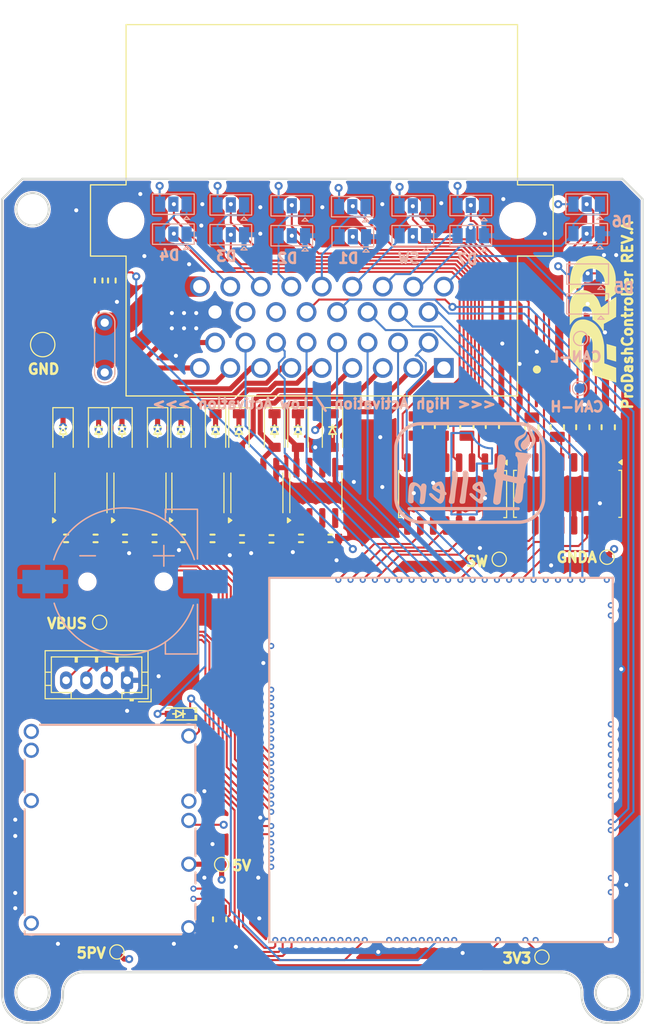
<source format=kicad_pcb>
(kicad_pcb (version 20221018) (generator pcbnew)
  (layers (0 "F.Cu" signal) (1 "In1.Cu" signal) (2 "In2.Cu" signal) (31 "B.Cu" signal) (34 "B.Paste" user) (35 "F.Paste" user) (36 "B.SilkS" user "B.Silkscreen") (37 "F.SilkS" user "F.Silkscreen") (38 "B.Mask" user) (39 "F.Mask" user) (44 "Edge.Cuts" user))
  (net 0 "")
  (net 41 "Net-(BT1-+)")
  (net 42 "GND")
  (net 43 "+12V_RAW")
  (net 44 "/OUT-1")
  (net 45 "/OUT-2")
  (net 46 "/OUT-3")
  (net 47 "/OUT-4")
  (net 48 "/OUT-5")
  (net 49 "/OUT-6")
  (net 50 "/OUT-7")
  (net 51 "/OUT-8")
  (net 52 "/OUT-9")
  (net 53 "/OUT-10")
  (net 54 "Net-(D11-K)")
  (net 55 "+12V")
  (net 56 "/USB+")
  (net 57 "/USB-")
  (net 58 "/VBUS")
  (net 59 "/IN_VMAIN")
  (net 60 "+5VA")
  (net 61 "GNDA")
  (net 62 "Net-(M1-IN_VIGN_(PA5))")
  (net 63 "/Outputs/IN_8")
  (net 64 "/Outputs/IN_7")
  (net 65 "/Outputs/IN_6")
  (net 66 "/Outputs/IN_5")
  (net 67 "/Outputs/IN_4")
  (net 68 "/Outputs/IN_3")
  (net 69 "/Outputs/IN_2")
  (net 70 "/Outputs/IN_1")
  (net 71 "/Outputs/IN_9")
  (net 72 "/Outputs/IN_10")
  (net 73 "/PG_5VP")
  (net 74 "+3.3VA")
  (net 75 "/EN_5VP")
  (net 76 "+3.3V")
  (net 77 "+5V")
  (net 78 "/Digital Inputs/D4_OUT")
  (net 79 "/Digital Inputs/D3_OUT")
  (net 80 "/Digital Inputs/D2_OUT")
  (net 81 "/Digital Inputs/D1_OUT")
  (net 82 "/AN4")
  (net 83 "/AN3")
  (net 84 "/AN2")
  (net 85 "/AN1")
  (net 86 "/AN7")
  (net 87 "/Digital Inputs/SW_ON_OUT")
  (net 88 "/AN6")
  (net 89 "/AN5")
  (net 90 "/Digital Inputs/D6_OUT")
  (net 91 "/Digital Inputs/D5_OUT")
  (net 92 "/Digital Inputs/D7_OUT")
  (net 93 "/VSS")
  (net 94 "/TEMP1")
  (net 95 "/TEMP2")
  (net 96 "/CAN-H")
  (net 97 "/CAN-L")
  (net 98 "+12V_PROT")
  (net 99 "Net-(M2-PG_5VP)")
  (net 100 "+5VP")
  (net 111 "Net-(R14-Pad1)")
  (net 112 "Net-(JP2-C)")
  (net 113 "Net-(R15-Pad1)")
  (net 114 "Net-(JP4-C)")
  (net 115 "Net-(R16-Pad1)")
  (net 116 "Net-(JP6-C)")
  (net 117 "Net-(R17-Pad1)")
  (net 118 "Net-(JP8-C)")
  (net 119 "Net-(R18-Pad1)")
  (net 120 "Net-(JP10-C)")
  (net 121 "Net-(R19-Pad1)")
  (net 122 "Net-(JP12-C)")
  (net 123 "Net-(R20-Pad1)")
  (net 124 "Net-(JP14-C)")
  (net 125 "Net-(R21-Pad1)")
  (net 126 "Net-(JP16-C)")
  (net 127 "Net-(JP3-C)")
  (net 128 "Net-(JP5-C)")
  (net 129 "Net-(JP7-C)")
  (net 130 "Net-(JP9-C)")
  (net 131 "Net-(JP11-C)")
  (net 132 "Net-(JP13-C)")
  (net 133 "Net-(JP15-C)")
  (net 134 "Net-(JP17-C)")
  (net 135 "/D1")
  (net 136 "/D2")
  (net 137 "/D3")
  (net 138 "/D4")
  (net 139 "/D5")
  (net 140 "/D6")
  (net 141 "/D7")
  (net 142 "/SW_ON")
  (footprint "Hellen:SOD-123" (layer "F.Cu") (at 101.5 73.55 -90)
    (fp_text reference "D7" hide)
    (fp_text value "B5819W" hide)
  )
  (footprint "Package_SO:SOIC-8_3.9x4.9mm_P1.27mm" (layer "F.Cu") (at 103.265 79.675 90)
    (fp_text reference "U4" hide)
    (fp_text value "VNLD5160TR-E")
  )
  (footprint "Connector_JST:JST_PH_B4B-PH-K_1x04_P2.00mm_Vertical" (layer "F.Cu") (at 84.7 98.1 180)
    (fp_text reference "J2" hide)
    (fp_text value "USB")
  )
  (footprint "TestPoint:TestPoint_Pad_D1.0mm" (layer "F.Cu") (at 83.7 124.8)
    (fp_text reference "TP4" hide)
    (fp_text value "+5VP")
  )
  (footprint "Hellen:R0805" (layer "F.Cu") (at 124.51 73.219979 90)
    (fp_text reference "R21" hide)
    (fp_text value "2k7" hide)
  )
  (footprint "Hellen:SOD-123" (layer "F.Cu") (at 81.9 73.55 -90)
    (fp_text reference "D10" hide)
    (fp_text value "B5819W" hide)
  )
  (footprint "6437288-1:TE_6437288-1" (layer "F.Cu") (at 103.85 63.4 180)
    (fp_text reference "J1" hide)
    (fp_text value "6437288-1")
  )
  (footprint "Hellen:R0603" (layer "F.Cu") (at 84.5 84.15)
    (fp_text reference "R1" hide)
    (fp_text value "4.7k" hide)
  )
  (footprint "Hellen:R0805" (layer "F.Cu") (at 115.617928 73.1075 90)
    (fp_text reference "R16" hide)
    (fp_text value "2k7" hide)
  )
  (footprint "TestPoint:TestPoint_Pad_D1.0mm" (layer "F.Cu") (at 121.3 86.2)
    (fp_text reference "TP11" hide)
    (fp_text value "SWON")
  )
  (footprint "TestPoint:TestPoint_Pad_D2.0mm" (layer "F.Cu") (at 76.4 65.1)
    (fp_text reference "TP3" hide)
    (fp_text value "GND")
  )
  (footprint "Hellen:R0603" (layer "F.Cu") (at 81.9 58.8 -90)
    (fp_text reference "R11" hide)
    (fp_text value "33k" hide)
  )
  (footprint "Package_SO:SOIC-8_3.9x4.9mm_P1.27mm" (layer "F.Cu") (at 97.465 79.675 90)
    (fp_text reference "U3" hide)
    (fp_text value "VNLD5160TR-E")
  )
  (footprint "Hellen:R0603" (layer "F.Cu") (at 83.2 58.8 90)
    (fp_text reference "R12" hide)
    (fp_text value "6.8k" hide)
  )
  (footprint "Package_SO:SOIC-8_3.9x4.9mm_P1.27mm" (layer "F.Cu") (at 80.165 79.675 90)
    (fp_text reference "U5" hide)
    (fp_text value "VNLD5160TR-E")
  )
  (footprint "Hellen:SOD-123" (layer "F.Cu") (at 84.2 73.55 -90)
    (fp_text reference "D1" hide)
    (fp_text value "B5819W" hide)
  )
  (footprint "Hellen:R0603" (layer "F.Cu") (at 90.2 84.15)
    (fp_text reference "R3" hide)
    (fp_text value "4.7k" hide)
  )
  (footprint "Hellen:SOD-123" (layer "F.Cu") (at 99.2 73.55 -90)
    (fp_text reference "D6" hide)
    (fp_text value "B5819W" hide)
  )
  (footprint "Hellen:power_12and5V" (layer "F.Cu") (at 74.524999 123.175001)
    (fp_text reference "M2" hide)
    (fp_text value "Module-power_12and5V-0.2" hide)
  )
  (footprint "Hellen:R0603" (layer "F.Cu") (at 78.7 84.15)
    (fp_text reference "R9" hide)
    (fp_text value "4.7k" hide)
  )
  (footprint "TestPoint:TestPoint_Pad_D1.0mm" (layer "F.Cu") (at 94 116.2)
    (fp_text reference "TP2" hide)
    (fp_text value "+5V")
  )
  (footprint "TestPoint:TestPoint_Pad_D1.0mm" (layer "F.Cu") (at 125.5 125.3)
    (fp_text reference "TP7" hide)
    (fp_text value "+3.3V")
  )
  (footprint "Hellen:R0805" (layer "F.Cu") (at 118.120856 73.1075 90)
    (fp_text reference "R15" hide)
    (fp_text value "2k7" hide)
  )
  (footprint "Hellen:R0805" (layer "F.Cu") (at 127.012928 73.219979 90)
    (fp_text reference "R20" hide)
    (fp_text value "2k7" hide)
  )
  (footprint "PRO_LOGO:PRO_LOGO" (layer "F.Cu") (at 130.5 62.6 90)
    (fp_text reference "G2" hide)
    (fp_text value "LOGO" hide)
  )
  (footprint "Package_SO:SOIC-8_3.9x4.9mm_P1.27mm" (layer "F.Cu") (at 85.965 79.675 90)
    (fp_text reference "U1" hide)
    (fp_text value "VNLD5160TR-E")
  )
  (footprint "TestPoint:TestPoint_Pad_D1.0mm" (layer "F.Cu") (at 82 92.4)
    (fp_text reference "TP1" hide)
    (fp_text value "VBUS")
  )
  (footprint "Hellen:R0805" (layer "F.Cu") (at 93.8 121.6 -90)
    (fp_text reference "R13" hide)
    (fp_text value "0" hide)
  )
  (footprint "Hellen:SOD-123" (layer "F.Cu") (at 104.9 73.55 -90)
    (fp_text reference "D8" hide)
    (fp_text value "B5819W" hide)
  )
  (footprint "Hellen:SOD-123" (layer "F.Cu") (at 95.7 73.55 -90)
    (fp_text reference "D5" hide)
    (fp_text value "B5819W" hide)
  )
  (footprint "Hellen:SOD-123" (layer "F.Cu") (at 93.4 73.55 -90)
    (fp_text reference "D4" hide)
    (fp_text value "B5819W" hide)
  )
  (footprint "Package_SO:SOP-16_4.4x10.4mm_P1.27mm" (layer "F.Cu") (at 116.715 79.795 -90)
    (fp_text reference "U6" hide)
    (fp_text value "LTV-247")
  )
  (footprint "Hellen:R0805" (layer "F.Cu") (at 129.515856 73.219979 90)
    (fp_text reference "R19" hide)
    (fp_text value "2k7" hide)
  )
  (footprint "Hellen:R0805" (layer "F.Cu") (at 120.623784 73.1075 90)
    (fp_text reference "R14" hide)
    (fp_text value "2k7" hide)
  )
  (footprint "Hellen:R0603" (layer "F.Cu") (at 81.6 84.15 180)
    (fp_text reference "R10" hide)
    (fp_text value "4.7k" hide)
  )
  (footprint "Package_SO:SOIC-8_3.9x4.9mm_P1.27mm" (layer "F.Cu") (at 91.665 79.675 90)
    (fp_text reference "U2" hide)
    (fp_text value "VNLD5160TR-E")
  )
  (footprint "Hellen:R0805" (layer "F.Cu") (at 113.115 73.1075 90)
    (fp_text reference "R17" hide)
    (fp_text value "2k7" hide)
  )
  (footprint "Hellen:SOD-123" (layer "F.Cu") (at 90 73.55 -90)
    (fp_text reference "D3" hide)
    (fp_text value "B5819W" hide)
  )
  (footprint "Hellen:R0603" (layer "F.Cu") (at 93.1 84.15 180)
    (fp_text reference "R4" hide)
    (fp_text value "4.7k" hide)
  )
  (footprint "Hellen:R0603" (layer "F.Cu") (at 98.9 84.2)
    (fp_text reference "R7" hide)
    (fp_text value "4.7k" hide)
  )
  (footprint "Hellen:R0603" (layer "F.Cu") (at 87.4 84.15 180)
    (fp_text reference "R2" hide)
    (fp_text value "4.7k" hide)
  )
  (footprint "Hellen:SOD-123" (layer "F.Cu") (at 78.4 73.55 -90)
    (fp_text reference "D9" hide)
    (fp_text value "B5819W" hide)
  )
  (footprint "Hellen:mega-mcu100" (layer "F.Cu") (at 132.575005 87.924995 180)
    (fp_text reference "M1" hide)
    (fp_text value "Module:mega-mcu100/0.3" hide)
  )
  (footprint "Hellen:R0603" (layer "F.Cu") (at 96 84.2 180)
    (fp_text reference "R5" hide)
    (fp_text value "4.7k" hide)
  )
  (footprint "Hellen:R0603" (layer "F.Cu") (at 104.7 84.15 180)
    (fp_text reference "R8" hide)
    (fp_text value "4.7k" hide)
  )
  (footprint "Hellen:PAD-1206-PAD" (layer "F.Cu") (at 82.5 65.4 -90)
    (fp_text reference "F1" hide)
    (fp_text value "12H1500D" hide)
  )
  (footprint "Hellen:SOD-323" (layer "F.Cu") (at 89.8 101.4 180)
    (fp_text reference "D11" hide)
    (fp_text value "1N4148WS" hide)
  )
  (footprint "Hellen:R0805" (layer "F.Cu") (at 132.018784 73.219979 90)
    (fp_text reference "R18" hide)
    (fp_text value "2k7" hide)
  )
  (footprint "TestPoint:TestPoint_Pad_D1.0mm" (layer "F.Cu") (at 131.9 86)
    (fp_text reference "TP5" hide)
    (fp_text value "GNDA")
  )
  (footprint "Hellen:SOD-123" (layer "F.Cu") (at 87.7 73.55 -90)
    (fp_text reference "D2" hide)
    (fp_text value "B5819W" hide)
  )
  (footprint "Hellen:R0603" (layer "F.Cu") (at 101.8 84.15)
    (fp_text reference "R6" hide)
    (fp_text value "4.7k" hide)
  )
  (footprint "Package_SO:SOP-16_4.4x10.4mm_P1.27mm" (layer "F.Cu") (at 128.025 79.77 -90)
    (fp_text reference "U7" hide)
    (fp_text value "LTV-247")
  )
  (footprint "Jumper:SolderJumper-3_P1.3mm_Open_Pad1.0x1.5mm" (layer "B.Cu") (at 94.9 54.3 180)
    (fp_text reference "JP7" hide)
    (fp_text value "SolderJumper_3_Open")
  )
  (footprint "Hellen:CR1220-2" (layer "B.Cu") (at 84.400142 88.4 180)
    (fp_text reference "BT1" hide)
    (fp_text value "CR1220")
  )
  (footprint "Jumper:SolderJumper-3_P1.3mm_Open_Pad1.0x1.5mm" (layer "B.Cu") (at 94.9 51.37 180)
    (fp_text reference "JP6" hide)
    (fp_text value "SolderJumper_3_Open")
  )
  (footprint "Jumper:SolderJumper-3_P1.3mm_Open_Pad1.0x1.5mm" (layer "B.Cu") (at 118.5 54.4 180)
    (fp_text reference "JP15" hide)
    (fp_text value "SolderJumper_3_Open")
  )
  (footprint "Jumper:SolderJumper-3_P1.3mm_Open_Pad1.0x1.5mm" (layer "B.Cu") (at 130 58.17 180)
    (fp_text reference "JP10" hide)
    (fp_text value "SolderJumper_3_Open")
  )
  (footprint "Jumper:SolderJumper-3_P1.3mm_Open_Pad1.0x1.5mm" (layer "B.Cu") (at 106.85 51.5425 180)
    (fp_text reference "JP2" hide)
    (fp_text value "SolderJumper_3_Open")
  )
  (footprint "Jumper:SolderJumper-3_P1.3mm_Open_Pad1.0x1.5mm" (layer "B.Cu") (at 130 61.1 180)
    (fp_text reference "JP11" hide)
    (fp_text value "SolderJumper_3_Open")
  )
  (footprint "Hellen:LOGO" (layer "B.Cu") (at 118.094651 77.792287 180)
    (fp_text reference "G1" hide)
    (fp_text value "LOGO" hide)
  )
  (footprint "Jumper:SolderJumper-3_P1.3mm_Open_Pad1.0x1.5mm" (layer "B.Cu") (at 106.9 54.5 180)
    (fp_text reference "JP3" hide)
    (fp_text value "SolderJumper_3_Open")
  )
  (footprint "TestPoint:TestPoint_Pad_D1.0mm" (layer "B.Cu") (at 129.3 64.5 -90)
    (fp_text reference "TP10" hide)
    (fp_text value "CANL")
  )
  (footprint "Jumper:SolderJumper-3_P1.3mm_Open_Pad1.0x1.5mm" (layer "B.Cu") (at 89.25 51.3 180)
    (fp_text reference "JP8" hide)
    (fp_text value "SolderJumper_3_Open")
  )
  (footprint "Jumper:SolderJumper-3_P1.3mm_Open_Pad1.0x1.5mm" (layer "B.Cu") (at 89.25 54.2425 180)
    (fp_text reference "JP9" hide)
    (fp_text value "SolderJumper_3_Open")
  )
  (footprint "Jumper:SolderJumper-3_P1.3mm_Open_Pad1.0x1.5mm" (layer "B.Cu") (at 112.8 51.4575 180)
    (fp_text reference "JP16" hide)
    (fp_text value "SolderJumper_3_Open")
  )
  (footprint "Jumper:SolderJumper-3_P1.3mm_Open_Pad1.0x1.5mm" (layer "B.Cu") (at 112.8 54.4 180)
    (fp_text reference "JP17" hide)
    (fp_text value "SolderJumper_3_Open")
  )
  (footprint "Jumper:SolderJumper-3_P1.3mm_Open_Pad1.0x1.5mm" (layer "B.Cu") (at 100.9 54.4 180)
    (fp_text reference "JP5" hide)
    (fp_text value "SolderJumper_3_Open")
  )
  (footprint "Jumper:SolderJumper-3_P1.3mm_Open_Pad1.0x1.5mm" (layer "B.Cu") (at 118.5 51.4275 180)
    (fp_text reference "JP14" hide)
    (fp_text value "SolderJumper_3_Open")
  )
  (footprint "Jumper:SolderJumper-3_P1.3mm_Open_Pad1.0x1.5mm" (layer "B.Cu") (at 100.9 51.4575 180)
    (fp_text reference "JP4" hide)
    (fp_text value "SolderJumper_3_Open")
  )
  (footprint "Jumper:SolderJumper-3_P1.3mm_Open_Pad1.0x1.5mm" (layer "B.Cu") (at 129.9 54.2 180)
    (fp_text reference "JP13" hide)
    (fp_text value "SolderJumper_3_Open")
  )
  (footprint "Jumper:SolderJumper-3_P1.3mm_Open_Pad1.0x1.5mm" (layer "B.Cu") (at 129.9 51.3 180)
    (fp_text reference "JP12" hide)
    (fp_text value "SolderJumper_3_Open")
  )
  (footprint "TestPoint:TestPoint_Pad_D1.0mm" (layer "B.Cu") (at 129.2 69.4 -90)
    (fp_text reference "TP9" hide)
    (fp_text value "CANH")
  )
  (gr_circle locked (center 75.4 51.8) (end 77 51.8) (stroke (width 0.2)) (fill none) (layer "Edge.Cuts"))
  (gr_arc locked (start 78.4 129.05) (mid 77.594544 130.994544) (end 75.65 131.8) (stroke (width 0.2)) (layer "Edge.Cuts"))
  (gr_circle locked (center 75.4 128.8) (end 77 128.8) (stroke (width 0.2)) (fill none) (layer "Edge.Cuts"))
  (gr_arc locked (start 135.4 129.049999) (mid 134.594544 130.994543) (end 132.65 131.8) (stroke (width 0.2)) (layer "Edge.Cuts"))
  (gr_line locked (start 80.4 126.8) (end 127.398897 126.8) (stroke (width 0.2)) (layer "Edge.Cuts"))
  (gr_arc locked (start 75.15 131.8) (mid 73.205456 130.994544) (end 72.4 129.05) (stroke (width 0.2)) (layer "Edge.Cuts"))
  (gr_line locked (start 72.4 50.8) (end 74.4 48.8) (stroke (width 0.2)) (layer "Edge.Cuts"))
  (gr_arc locked (start 127.398897 126.8) (mid 128.813113 127.385785) (end 129.398897 128.8) (stroke (width 0.2)) (layer "Edge.Cuts"))
  (gr_arc locked (start 78.4 128.8) (mid 78.985786 127.385786) (end 80.4 126.8) (stroke (width 0.2)) (layer "Edge.Cuts"))
  (gr_line locked (start 132.65 131.8) (end 132.148897 131.8) (stroke (width 0.2)) (layer "Edge.Cuts"))
  (gr_line locked (start 129.398897 128.8) (end 129.398897 129.05) (stroke (width 0.2)) (layer "Edge.Cuts"))
  (gr_line locked (start 135.4 50.8) (end 133.4 48.8) (stroke (width 0.2)) (layer "Edge.Cuts"))
  (gr_line locked (start 72.4 129.05) (end 72.4 126.8) (stroke (width 0.2)) (layer "Edge.Cuts"))
  (gr_line locked (start 135.4 129.049999) (end 135.4 126.8) (stroke (width 0.2)) (layer "Edge.Cuts"))
  (gr_line locked (start 72.4 50.8) (end 72.4 126.8) (stroke (width 0.2)) (layer "Edge.Cuts"))
  (gr_line locked (start 133.4 48.8) (end 74.4 48.8) (stroke (width 0.2)) (layer "Edge.Cuts"))
  (gr_arc locked (start 132.148897 131.8) (mid 130.204355 130.994543) (end 129.398897 129.05) (stroke (width 0.2)) (layer "Edge.Cuts"))
  (gr_circle locked (center 132.398897 128.8) (end 133.998897 128.8) (stroke (width 0.2)) (fill none) (layer "Edge.Cuts"))
  (gr_line locked (start 78.4 129.05) (end 78.4 128.8) (stroke (width 0.2)) (layer "Edge.Cuts"))
  (gr_line locked (start 75.65 131.8) (end 75.15 131.8) (stroke (width 0.2)) (layer "Edge.Cuts"))
  (gr_line locked (start 135.4 126.8) (end 135.4 50.8) (stroke (width 0.2)) (layer "Edge.Cuts"))
  (gr_text "D4" (at 90 56.9) (layer "B.SilkS") (effects (font (size 1 1) (thickness 0.25) bold) (justify left bottom mirror)))
  (gr_text "D6" (at 134.5 53.6) (layer "B.SilkS") (effects (font (size 1 1) (thickness 0.25) bold) (justify left bottom mirror)))
  (gr_text "D2" (at 101.6 57.2) (layer "B.SilkS") (effects (font (size 1 1) (thickness 0.25) bold) (justify left bottom mirror)))
  (gr_text "CAN-H" (at 131.7 71.8) (layer "B.SilkS") (effects (font (size 1 1) (thickness 0.25) bold) (justify left bottom mirror)))
  (gr_text "D1" (at 107.6 57.2) (layer "B.SilkS") (effects (font (size 1 1) (thickness 0.25) bold) (justify left bottom mirror)))
  (gr_text "SW" (at 113.6 57.2) (layer "B.SilkS") (effects (font (size 1 1) (thickness 0.25) bold) (justify left bottom mirror)))
  (gr_text "CAN-L" (at 131.5 66.9) (layer "B.SilkS") (effects (font (size 1 1) (thickness 0.25) bold) (justify left bottom mirror)))
  (gr_text "D7" (at 119.3 57.3) (layer "B.SilkS") (effects (font (size 1 1) (thickness 0.25) bold) (justify left bottom mirror)))
  (gr_text "D3" (at 95.6 57) (layer "B.SilkS") (effects (font (size 1 1) (thickness 0.25) bold) (justify left bottom mirror)))
  (gr_text "<<< High Activation / Low Activation >>>" (at 121.1 71.5) (layer "B.SilkS") (effects (font (size 1 1) (thickness 0.25) bold) (justify left bottom mirror)))
  (gr_text "D5" (at 134.7 60.1) (layer "B.SilkS") (effects (font (size 1 1) (thickness 0.25) bold) (justify left bottom mirror)))
  (gr_text "SW" (at 117.9 87) (layer "F.SilkS") (effects (font (size 1 1) (thickness 0.25) bold) (justify left bottom)))
  (gr_text "5V" (at 94.9 116.9) (layer "F.SilkS") (effects (font (size 1 1) (thickness 0.25) bold) (justify left bottom)))
  (gr_text "3V3" (at 121.5 126) (layer "F.SilkS") (effects (font (size 1 1) (thickness 0.25) bold) (justify left bottom)))
  (gr_text "GNDA" (at 126.8 86.6) (layer "F.SilkS") (effects (font (size 1 1) (thickness 0.25) bold) (justify left bottom)))
  (gr_text "GND" (at 74.8 68.1) (layer "F.SilkS") (effects (font (size 1 1) (thickness 0.25) bold) (justify left bottom)))
  (gr_text "ProDashController REV.A" (at 134.5 71.6 90) (layer "F.SilkS") (effects (font (size 1 1) (thickness 0.25) bold) (justify left bottom)))
  (gr_text "VBUS" (at 76.7 93.1) (layer "F.SilkS") (effects (font (size 1 1) (thickness 0.25) bold) (justify left bottom)))
  (gr_text "5PV" (at 79.6 125.5) (layer "F.SilkS") (effects (font (size 1 1) (thickness 0.25) bold) (justify left bottom)))
  (segment (start 87.7 101.4) (end 88.7 101.4) (width 0.2) (layer "F.Cu") (net 41))
  (via (at 87.7 101.4) (size 0.8) (drill 0.4) (layers "F.Cu" "B.Cu") (net 41))
  (segment (start 92.400094 96.699906) (end 87.7 101.4) (width 0.2) (layer "B.Cu") (net 41))
  (segment (start 92.400094 88.4) (end 92.400094 96.699906) (width 0.2) (layer "B.Cu") (net 41))
  (segment (start 73.7 108.35) (end 74.624999 107.425001) (width 0.2) (layer "F.Cu") (net 42))
  (segment (start 73.7 111.8) (end 73.7 108.35) (width 0.2) (layer "F.Cu") (net 42))
  (segment (start 133.775005 118.224995) (end 133.8 118.2) (width 0.2) (layer "F.Cu") (net 42))
  (segment (start 98.674995 111.724985) (end 97.924985 111.724985) (width 0.2) (layer "F.Cu") (net 42))
  (segment (start 132.475005 118.224995) (end 133.775005 118.224995) (width 0.2) (layer "F.Cu") (net 42))
  (segment (start 97.924985 111.724985) (end 97.8 111.6) (width 0.2) (layer "F.Cu") (net 42))
  (via (at 95.4 124.3) (size 0.8) (drill 0.4) (layers "F.Cu" "B.Cu") (net 42))
  (via (at 89.8 85.3) (size 0.8) (drill 0.4) (layers "F.Cu" "B.Cu") (net 42))
  (via (at 119.4 85.1) (size 0.8) (drill 0.4) (layers "F.Cu" "B.Cu") (net 42))
  (via (at 97.8 54.2) (size 0.8) (drill 0.4) (layers "F.Cu" "B.Cu") (net 42))
  (via (at 133.8 118.2) (size 0.8) (drill 0.4) (layers "F.Cu" "B.Cu") (net 42))
  (via (at 97.8 111.6) (size 0.8) (drill 0.4) (layers "F.Cu" "B.Cu") (net 42))
  (via (at 97.7 121.5) (size 0.8) (drill 0.4) (layers "F.Cu" "B.Cu") (net 42))
  (via (at 92 53.4) (size 0.8) (drill 0.4) (layers "F.Cu" "B.Cu") (net 42))
  (via (at 123.3 67) (size 0.8) (drill 0.4) (layers "F.Cu" "B.Cu") (net 42))
  (via (at 91.5 63.5) (size 0.8) (drill 0.4) (layers "F.Cu" "B.Cu") (net 42))
  (via (at 97.6 117.5) (size 0.8) (drill 0.4) (layers "F.Cu" "B.Cu") (net 42))
  (via (at 73.7 111.8) (size 0.8) (drill 0.4) (layers "F.Cu" "B.Cu") (net 42))
  (via (at 73.7 119) (size 0.8) (drill 0.4) (layers "F.Cu" "B.Cu") (net 42))
  (via (at 94.8 85.8) (size 0.8) (drill 0.4) (layers "F.Cu" "B.Cu") (net 42))
  (via (at 125 65.8) (size 0.8) (drill 0.4) (layers "F.Cu" "B.Cu") (net 42))
  (via (at 109.8 51.3) (size 0.8) (drill 0.4) (layers "F.Cu" "B.Cu") (net 42))
  (via (at 109.4 124.8) (size 0.8) (drill 0.4) (layers "F.Cu" "B.Cu") (net 42))
  (via (at 132.8 56.3) (size 0.8) (drill 0.4) (layers "F.Cu" "B.Cu") (net 42))
  (via (at 117.7 124.9) (size 0.8) (drill 0.4) (layers "F.Cu" "B.Cu") (net 42))
  (via (at 107 78.6) (size 0.8) (drill 0.4) (layers "F.Cu" "B.Cu") (net 42))
  (via (at 89.5 66.2) (size 0.8) (drill 0.4) (layers "F.Cu" "B.Cu") (net 42))
  (via (at 83.7 60.9) (size 0.8) (drill 0.4) (layers "F.Cu" "B.Cu") (net 42))
  (via (at 86 50.3) (size 0.8) (drill 0.4) (layers "F.Cu" "B.Cu") (net 42))
  (via (at 129.7 71) (size 0.8) (drill 0.4) (layers "F.Cu" "B.Cu") (net 42))
  (via (at 90.8 57.2) (size 0.8) (drill 0.4) (layers "F.Cu" "B.Cu") (net 42))
  (via (at 131.7 63.9) (size 0.8) (drill 0.4) (layers "F.Cu" "B.Cu") (net 42))
  (via (at 105.3 86.3) (size 0.8) (drill 0.4) (layers "F.Cu" "B.Cu") (net 42))
  (via (at 121.6 65) (size 0.8) (drill 0.4) (layers "F.Cu" "B.Cu") (net 42))
  (via (at 112.9 79.7) (size 0.8) (drill 0.4) (layers "F.Cu" "B.Cu") (net 42))
  (via (at 92.3 109) (size 0.8) (drill 0.4) (layers "F.Cu" "B.Cu") (net 42))
  (via (at 91.5 62) (size 0.8) (drill 0.4) (layers "F.Cu" "B.Cu") (net 42))
  (via (at 126.4 86.8) (size 0.8) (drill 0.4) (layers "F.Cu" "B.Cu") (net 42))
  (via (at 96.9 85.6) (size 0.8) (drill 0.4) (layers "F.Cu" "B.Cu") (net 42))
  (via (at 131.6 56.3) (size 0.8) (drill 0.4) (layers "F.Cu" "B.Cu") (net 42))
  (via (at 101 85.5) (size 0.8) (drill 0.4) (layers "F.Cu" "B.Cu") (net 42))
  (via (at 77.9 124) (size 0.8) (drill 0.4) (layers "F.Cu" "B.Cu") (net 42))
  (via (at 131.2 80.7) (size 0.8) (drill 0.4) (layers "F.Cu" "B.Cu") (net 42))
  (via (at 89.3 124) (size 0.8) (drill 0.4) (layers "F.Cu" "B.Cu") (net 42))
  (via (at 115.6 51.2) (size 0.8) (drill 0.4) (layers "F.Cu" "B.Cu") (net 42))
  (via (at 97.8 51.6) (size 0.8) (drill 0.4) (layers "F.Cu" "B.Cu") (net 42))
  (via (at 92.3 117.5) (size 0.8) (drill 0.4) (layers "F.Cu" "B.Cu") (net 42))
  (via (at 90.3 63.5) (size 0.8) (drill 0.4) (layers "F.Cu" "B.Cu") (net 42))
  (via (at 92.1 51.3) (size 0.8) (drill 0.4) (layers "F.Cu" "B.Cu") (net 42))
  (via (at 98.1 96.4) (size 0.8) (drill 0.4) (layers "F.Cu" "B.Cu") (net 42))
  (via (at 84.7 101.1) (size 0.8) (drill 0.4) (layers "F.Cu" "B.Cu") (net 42))
  (via (at 90.3 62) (size 0.8) (drill 0.4) (layers "F.Cu" "B.Cu") (net 42))
  (via (at 89.1 63.5) (size 0.8) (drill 0.4) (layers "F.Cu" "B.Cu") (net 42))
  (via (at 109.6 74.2) (size 0.8) (drill 0.4) (layers "F.Cu" "B.Cu") (net 42))
  (via (at 109.8 79.1) (size 0.8) (drill 0.4) (layers "F.Cu" "B.Cu") (net 42))
  (via (at 87.8 97.7) (size 0.8) (drill 0.4) (layers "F.Cu" "B.Cu") (net 42))
  (via (at 89.1 62) (size 0.8) (drill 0.4) (layers "F.Cu" "B.Cu") (net 42))
  (via (at 84.9 85.6) (size 0.8) (drill 0.4) (layers "F.Cu" "B.Cu") (net 42))
  (via (at 93.1 114.2) (size 0.8) (drill 0.4) (layers "F.Cu" "B.Cu") (net 42))
  (via (at 103.2 75.2) (size 0.8) (drill 0.4) (layers "F.Cu" "B.Cu") (net 42))
  (via (at 73.7 120.5) (size 0.8) (drill 0.4) (layers "F.Cu" "B.Cu") (net 42))
  (via (at 73.7 113.4) (size 0.8) (drill 0.4) (layers "F.Cu" "B.Cu") (net 42))
  (via (at 133.3 97) (size 0.8) (drill 0.4) (layers "F.Cu" "B.Cu") (net 42))
  (via (at 121.7 50.8) (size 0.8) (drill 0.4) (layers "F.Cu" "B.Cu") (net 42))
  (via (at 86.4 56.4) (size 0.8) (drill 0.4) (layers "F.Cu" "B.Cu") (net 42))
  (via (at 103.9 51.6) (size 0.8) (drill 0.4) (layers "F.Cu" "B.Cu") (net 42))
  (via (at 114.8 78.7) (size 0.8) (drill 0.4) (layers "F.Cu" "B.Cu") (net 42))
  (via (at 125.8 54.2) (size 0.8) (drill 0.4) (layers "F.Cu" "B.Cu") (net 42))
  (via (at 79.7 51.9) (size 0.8) (drill 0.4) (layers "F.Cu" "B.Cu") (net 42))
  (via (at 119.9 80.2) (size 0.8) (drill 0.4) (layers "F.Cu" "B.Cu") (net 42))
  (segment (start 133.775005 118.224995) (end 133.8 118.2) (width 0.2) (layer "B.Cu") (net 42))
  (segment (start 98.674995 111.724985) (end 97.924985 111.724985) (width 0.2) (layer "B.Cu") (net 42))
  (segment (start 132.475005 118.224995) (end 133.775005 118.224995) (width 0.2) (layer "B.Cu") (net 42))
  (segment (start 97.924985 111.724985) (end 97.8 111.6) (width 0.2) (layer "B.Cu") (net 42))
  (segment (start 73.7 111.8) (end 73.7 108.35) (width 0.2) (layer "B.Cu") (net 42))
  (segment (start 73.7 108.35) (end 74.624999 107.425001) (width 0.2) (layer "B.Cu") (net 42))
  (segment (start 81.9 71.9) (end 81.9 73.4) (width 0.5) (layer "F.Cu") (net 43))
  (segment (start 104.9 71.9) (end 104.8 71.9) (width 0.5) (layer "F.Cu") (net 43))
  (segment (start 84.2 71.9) (end 84.2 73.3) (width 0.5) (layer "F.Cu") (net 43))
  (segment (start 87.7 71.9) (end 87.7 73.3) (width 0.5) (layer "F.Cu") (net 43))
  (segment (start 99.2 71.9) (end 99.2 73.4) (width 0.5) (layer "F.Cu") (net 43))
  (segment (start 93.4 71.9) (end 93.4 73.4) (width 0.5) (layer "F.Cu") (net 43))
  (segment (start 90 71.9) (end 90 73.4) (width 0.5) (layer "F.Cu") (net 43))
  (segment (start 104.8 71.9) (end 103.2 73.5) (width 0.5) (layer "F.Cu") (net 43))
  (segment (start 95.7 71.9) (end 95.7 73.4) (width 0.5) (layer "F.Cu") (net 43))
  (segment (start 78.4 71.9) (end 78.4 73.2) (width 0.5) (layer "F.Cu") (net 43))
  (segment (start 101.5 71.9) (end 101.5 73.4) (width 0.5) (layer "F.Cu") (net 43))
  (via (at 103.2 73.5) (size 0.8) (drill 0.4) (layers "F.Cu" "B.Cu") (net 43))
  (via (at 84.2 73.3) (size 0.8) (drill 0.4) (layers "F.Cu" "B.Cu") (net 43))
  (via (at 81.9 73.4) (size 0.8) (drill 0.4) (layers "F.Cu" "B.Cu") (net 43))
  (via (at 78.4 73.2) (size 0.8) (drill 0.4) (layers "F.Cu" "B.Cu") (net 43))
  (via (at 90 73.4) (size 0.8) (drill 0.4) (layers "F.Cu" "B.Cu") (net 43))
  (via (at 93.4 73.4) (size 0.8) (drill 0.4) (layers "F.Cu" "B.Cu") (net 43))
  (via (at 87.7 73.3) (size 0.8) (drill 0.4) (layers "F.Cu" "B.Cu") (net 43))
  (via (at 101.5 73.4) (size 0.8) (drill 0.4) (layers "F.Cu" "B.Cu") (net 43))
  (via (at 95.7 73.4) (size 0.8) (drill 0.4) (layers "F.Cu" "B.Cu") (net 43))
  (via (at 99.2 73.4) (size 0.8) (drill 0.4) (layers "F.Cu" "B.Cu") (net 43))
  (segment (start 93.45 68.8) (end 94.85 67.4) (width 0.5) (layer "F.Cu") (net 44))
  (segment (start 85.6 70.5) (end 87.3 68.8) (width 0.5) (layer "F.Cu") (net 44))
  (segment (start 84.06 75.34) (end 84.2 75.2) (width 0.5) (layer "F.Cu") (net 44))
  (segment (start 84.06 77.2) (end 84.06 75.34) (width 0.5) (layer "F.Cu") (net 44))
  (segment (start 87.3 68.8) (end 93.45 68.8) (width 0.5) (layer "F.Cu") (net 44))
  (segment (start 85.6 73.8) (end 85.6 70.5) (width 0.5) (layer "F.Cu") (net 44))
  (segment (start 84.2 75.2) (end 85.6 73.8) (width 0.5) (layer "F.Cu") (net 44))
  (segment (start 86.5 74) (end 86.5 71.1) (width 0.5) (layer "F.Cu") (net 45))
  (segment (start 86.5 71.1) (end 88.15 69.45) (width 0.5) (layer "F.Cu") (net 45))
  (segment (start 94.85 69.45) (end 96.9 67.4) (width 0.5) (layer "F.Cu") (net 45))
  (segment (start 86.6 76.3) (end 87.7 75.2) (width 0.5) (layer "F.Cu") (net 45))
  (segment (start 88.15 69.45) (end 94.85 69.45) (width 0.5) (layer "F.Cu") (net 45))
  (segment (start 87.7 75.2) (end 86.5 74) (width 0.5) (layer "F.Cu") (net 45))
  (segment (start 96.9 67.4) (end 97.85 67.4) (width 0.5) (layer "F.Cu") (net 45))
  (segment (start 86.6 77.2) (end 86.6 76.3) (width 0.5) (layer "F.Cu") (net 45))
  (segment (start 99.9 67.4) (end 100.85 67.4) (width 0.5) (layer "F.Cu") (net 46))
  (segment (start 89.76 77.2) (end 89.76 75.44) (width 0.5) (layer "F.Cu") (net 46))
  (segment (start 90 70.1) (end 95.119238 70.1) (width 0.5) (layer "F.Cu") (net 46))
  (segment (start 96.319238 68.9) (end 98.4 68.9) (width 0.5) (layer "F.Cu") (net 46))
  (segment (start 88.8 71.3) (end 90 70.1) (width 0.5) (layer "F.Cu") (net 46))
  (segment (start 89.76 75.44) (end 90 75.2) (width 0.5) (layer "F.Cu") (net 46))
  (segment (start 88.8 74) (end 88.8 71.3) (width 0.5) (layer "F.Cu") (net 46))
  (segment (start 90 75.2) (end 88.8 74) (width 0.5) (layer "F.Cu") (net 46))
  (segment (start 98.4 68.9) (end 99.9 67.4) (width 0.5) (layer "F.Cu") (net 46))
  (segment (start 95.119238 70.1) (end 96.319238 68.9) (width 0.5) (layer "F.Cu") (net 46))
  (segment (start 102.9 67.4) (end 103.85 67.4) (width 0.5) (layer "F.Cu") (net 47))
  (segment (start 92.3 76.3) (end 92.3 77.2) (width 0.5) (layer "F.Cu") (net 47))
  (segment (start 101.4 68.9) (end 102.9 67.4) (width 0.5) (layer "F.Cu") (net 47))
  (segment (start 95.388476 70.75) (end 96.588476 69.55) (width 0.5) (layer "F.Cu") (net 47))
  (segment (start 93.4 75.2) (end 92.800001 75.2) (width 0.5) (layer "F.Cu") (net 47))
  (segment (start 96.588476 69.55) (end 98.669239 69.55) (width 0.5) (layer "F.Cu") (net 47))
  (segment (start 91.6 73.999999) (end 91.6 71.3) (width 0.5) (layer "F.Cu") (net 47))
  (segment (start 91.6 71.3) (end 92.15 70.75) (width 0.5) (layer "F.Cu") (net 47))
  (segment (start 99.319238 68.9) (end 101.4 68.9) (width 0.5) (layer "F.Cu") (net 47))
  (segment (start 93.4 75.2) (end 92.3 76.3) (width 0.5) (layer "F.Cu") (net 47))
  (segment (start 98.669239 69.55) (end 99.319238 68.9) (width 0.5) (layer "F.Cu") (net 47))
  (segment (start 92.15 70.75) (end 95.388476 70.75) (width 0.5) (layer "F.Cu") (net 47))
  (segment (start 92.800001 75.2) (end 91.6 73.999999) (width 0.5) (layer "F.Cu") (net 47))
  (segment (start 98.938478 70.2) (end 99.538477 69.6) (width 0.5) (layer "F.Cu") (net 48))
  (segment (start 97.1 70.7) (end 97.6 70.2) (width 0.5) (layer "F.Cu") (net 48))
  (segment (start 97.6 70.2) (end 98.938478 70.2) (width 0.5) (layer "F.Cu") (net 48))
  (segment (start 104.65 69.6) (end 106.85 67.4) (width 0.5) (layer "F.Cu") (net 48))
  (segment (start 95.56 75.34) (end 95.7 75.2) (width 0.5) (layer "F.Cu") (net 48))
  (segment (start 95.56 77.2) (end 95.56 75.34) (width 0.5) (layer "F.Cu") (net 48))
  (segment (start 95.7 75.2) (end 97.1 73.8) (width 0.5) (layer "F.Cu") (net 48))
  (segment (start 97.1 73.8) (end 97.1 70.7) (width 0.5) (layer "F.Cu") (net 48))
  (segment (start 99.538477 69.6) (end 104.65 69.6) (width 0.5) (layer "F.Cu") (net 48))
  (segment (start 97.8 73.8) (end 97.8 71.2) (width 0.5) (layer "F.Cu") (net 49))
  (segment (start 97.8 71.2) (end 98.15 70.85) (width 0.5) (layer "F.Cu") (net 49))
  (segment (start 98.1 77.2) (end 98.1 76.3) (width 0.5) (layer "F.Cu") (net 49))
  (segment (start 107 70.25) (end 109.85 67.4) (width 0.5) (layer "F.Cu") (net 49))
  (segment (start 98.15 70.85) (end 99.207717 70.85) (width 0.5) (layer "F.Cu") (net 49))
  (segment (start 98.1 76.3) (end 99.2 75.2) (width 0.5) (layer "F.Cu") (net 49))
  (segment (start 99.2 75.2) (end 97.8 73.8) (width 0.5) (layer "F.Cu") (net 49))
  (segment (start 99.207717 70.85) (end 99.807716 70.25) (width 0.5) (layer "F.Cu") (net 49))
  (segment (start 99.807716 70.25) (end 107 70.25) (width 0.5) (layer "F.Cu") (net 49))
  (segment (start 109.35 70.9) (end 112.85 67.4) (width 0.5) (layer "F.Cu") (net 50))
  (segment (start 101.5 75.2) (end 100.4 74.1) (width 0.5) (layer "F.Cu") (net 50))
  (segment (start 101.36 77.2) (end 101.36 75.34) (width 0.5) (layer "F.Cu") (net 50))
  (segment (start 100.4 71.2) (end 100.7 70.9) (width 0.5) (layer "F.Cu") (net 50))
  (segment (start 101.36 75.34) (end 101.5 75.2) (width 0.5) (layer "F.Cu") (net 50))
  (segment (start 100.7 70.9) (end 109.35 70.9) (width 0.5) (layer "F.Cu") (net 50))
  (segment (start 100.4 74.1) (end 100.4 71.2) (width 0.5) (layer "F.Cu") (net 50))
  (segment (start 103.9 76.2) (end 104.9 75.2) (width 0.5) (layer "F.Cu") (net 51))
  (segment (start 103.9 77.2) (end 103.9 76.2) (width 0.5) (layer "F.Cu") (net 51))
  (segment (start 114.9 67.4) (end 115.85 67.4) (width 0.5) (layer "F.Cu") (net 51))
  (segment (start 104.9 73.6) (end 106.8 71.7) (width 0.5) (layer "F.Cu") (net 51))
  (segment (start 110.6 71.7) (end 114.9 67.4) (width 0.5) (layer "F.Cu") (net 51))
  (segment (start 104.9 75.2) (end 104.9 73.6) (width 0.5) (layer "F.Cu") (net 51))
  (segment (start 106.8 71.7) (end 110.6 71.7) (width 0.5) (layer "F.Cu") (net 51))
  (segment (start 81.9 75.2) (end 83.1 74) (width 0.5) (layer "F.Cu") (net 52))
  (segment (start 80.8 76.3) (end 81.9 75.2) (width 0.5) (layer "F.Cu") (net 52))
  (segment (start 86.9 67.4) (end 91.85 67.4) (width 0.5) (layer "F.Cu") (net 52))
  (segment (start 83.1 74) (end 83.1 71.2) (width 0.5) (layer "F.Cu") (net 52))
  (segment (start 80.8 77.2) (end 80.8 76.3) (width 0.5) (layer "F.Cu") (net 52))
  (segment (start 83.1 71.2) (end 86.9 67.4) (width 0.5) (layer "F.Cu") (net 52))
  (segment (start 80.5 70.4) (end 81.3 69.6) (width 0.5) (layer "F.Cu") (net 53))
  (segment (start 78.4 75.2) (end 80.5 73.1) (width 0.5) (layer "F.Cu") (net 53))
  (segment (start 81.3 69.6) (end 83.4 69.6) (width 0.5) (layer "F.Cu") (net 53))
  (segment (start 78.26 76.04) (end 78.26 77.2) (width 0.5) (layer "F.Cu") (net 53))
  (segment (start 78.4 75.2) (end 78.4 75.9) (width 0.5) (layer "F.Cu") (net 53))
  (segment (start 83.4 69.6) (end 88.1 64.9) (width 0.5) (layer "F.Cu") (net 53))
  (segment (start 78.4 75.9) (end 78.26 76.04) (width 0.5) (layer "F.Cu") (net 53))
  (segment (start 88.1 64.9) (end 93.35 64.9) (width 0.5) (layer "F.Cu") (net 53))
  (segment (start 80.5 73.1) (end 80.5 70.4) (width 0.5) (layer "F.Cu") (net 53))
  (segment (start 91.324999 103.575001) (end 90.774995 103.575001) (width 0.2) (layer "F.Cu") (net 54))
  (segment (start 90.9 100) (end 91 99.9) (width 0.2) (layer "F.Cu") (net 54))
  (segment (start 90.9 101.4) (end 90.9 100) (width 0.2) (layer "F.Cu") (net 54))
  (segment (start 91.774996 102.274996) (end 91.774996 103.125004) (width 0.2) (layer "F.Cu") (net 54))
  (segment (start 91.774996 103.125004) (end 91.324999 103.575001) (width 0.2) (layer "F.Cu") (net 54))
  (segment (start 90.9 101.4) (end 91.774996 102.274996) (width 0.2) (layer "F.Cu") (net 54))
  (via (at 91 99.9) (size 0.8) (drill 0.4) (layers "F.Cu" "B.Cu") (net 54))
  (segment (start 91 99.9) (end 94.9 103.8) (width 0.2) (layer "B.Cu") (net 54))
  (segment (start 99.74999 125.6) (end 113.3 125.6) (width 0.2) (layer "B.Cu") (net 54))
  (segment (start 113.3 125.6) (end 115.275005 123.624995) (width 0.2) (layer "B.Cu") (net 54))
  (segment (start 94.9 120.75001) (end 99.74999 125.6) (width 0.2) (layer "B.Cu") (net 54))
  (segment (start 94.9 103.8) (end 94.9 120.75001) (width 0.2) (layer "B.Cu") (net 54))
  (segment (start 81.9 62.35) (end 82.5 62.95) (width 0.2) (layer "F.Cu") (net 55))
  (segment (start 84.75 62.95) (end 88.3 59.4) (width 2) (layer "F.Cu") (net 55))
  (segment (start 88.3 59.4) (end 91.85 59.4) (width 2) (layer "F.Cu") (net 55))
  (segment (start 82.5 62.95) (end 84.75 62.95) (width 2) (layer "F.Cu") (net 55))
  (segment (start 81.9 59.6) (end 81.9 62.35) (width 0.2) (layer "F.Cu") (net 55))
  (segment (start 85.311397 94.125) (end 82.7 96.736397) (width 0.2) (layer "F.Cu") (net 56))
  (segment (start 100.874995 124.325005) (end 100 125.2) (width 0.2) (layer "F.Cu") (net 56))
  (segment (start 82.7 96.736397) (end 82.7 98.1) (width 0.2) (layer "F.Cu") (net 56))
  (segment (start 97.6818 125.2) (end 95.275 122.7932) (width 0.2) (layer "F.Cu") (net 56))
  (segment (start 95.275 110.875) (end 92.4 108) (width 0.2) (layer "F.Cu") (net 56))
  (segment (start 92.4 108) (end 92.4 94.5) (width 0.2) (layer "F.Cu") (net 56))
  (segment (start 95.275 122.7932) (end 95.275 110.875) (width 0.2) (layer "F.Cu") (net 56))
  (segment (start 100 125.2) (end 97.6818 125.2) (width 0.2) (layer "F.Cu") (net 56))
  (segment (start 92.4 94.5) (end 92.025 94.125) (width 0.2) (layer "F.Cu") (net 56))
  (segment (start 92.025 94.125) (end 85.311397 94.125) (width 0.2) (layer "F.Cu") (net 56))
  (segment (start 100.874995 123.624995) (end 100.874995 124.325005) (width 0.2) (layer "F.Cu") (net 56))
  (segment (start 99.6 124.8) (end 97.9182 124.8) (width 0.2) (layer "F.Cu") (net 57))
  (segment (start 92.8 107.8) (end 92.8 94.3818) (width 0.2) (layer "F.Cu") (net 57))
  (segment (start 80.7 97.4) (end 80.7 98.1) (width 0.2) (layer "F.Cu") (net 57))
  (segment (start 92.0932 93.675) (end 84.425 93.675) (width 0.2) (layer "F.Cu") (net 57))
  (segment (start 95.7 110.7) (end 92.8 107.8) (width 0.2) (layer "F.Cu") (net 57))
  (segment (start 100 124.4) (end 99.6 124.8) (width 0.2) (layer "F.Cu") (net 57))
  (segment (start 84.425 93.675) (end 80.7 97.4) (width 0.2) (layer "F.Cu") (net 57))
  (segment (start 92.8 94.3818) (end 92.0932 93.675) (width 0.2) (layer "F.Cu") (net 57))
  (segment (start 95.7 122.5818) (end 95.7 110.7) (width 0.2) (layer "F.Cu") (net 57))
  (segment (start 100 123.69999) (end 100 124.4) (width 0.2) (layer "F.Cu") (net 57))
  (segment (start 97.9182 124.8) (end 95.7 122.5818) (width 0.2) (layer "F.Cu") (net 57))
  (segment (start 100.074995 123.624995) (end 100 123.69999) (width 0.2) (layer "F.Cu") (net 57))
  (segment (start 99.274995 124.225005) (end 99.274995 123.624995) (width 0.2) (layer "F.Cu") (net 58))
  (segment (start 83.475 93.325) (end 92.238174 93.325) (width 0.2) (layer "F.Cu") (net 58))
  (segment (start 93.2 94.286826) (end 93.2 107.6) (width 0.2) (layer "F.Cu") (net 58))
  (segment (start 99.1 124.4) (end 99.274995 124.225005) (width 0.2) (layer "F.Cu") (net 58))
  (segment (start 96.1 110.5) (end 96.1 122.3) (width 0.2) (layer "F.Cu") (net 58))
  (segment (start 92.238174 93.325) (end 93.2 94.286826) (width 0.2) (layer "F.Cu") (net 58))
  (segment (start 98.2 124.4) (end 99.1 124.4) (width 0.2) (layer "F.Cu") (net 58))
  (segment (start 83.475 93.325) (end 82.925 93.325) (width 0.2) (layer "F.Cu") (net 58))
  (segment (start 93.2 107.6) (end 96.1 110.5) (width 0.2) (layer "F.Cu") (net 58))
  (segment (start 78.7 98.1) (end 83.475 93.325) (width 0.2) (layer "F.Cu") (net 58))
  (segment (start 96.1 122.3) (end 98.2 124.4) (width 0.2) (layer "F.Cu") (net 58))
  (segment (start 82.925 93.325) (end 82 92.4) (width 0.2) (layer "F.Cu") (net 58))
  (segment (start 83.2 58) (end 85.2 58) (width 0.2) (layer "F.Cu") (net 59))
  (segment (start 85.2 58) (end 85.6 58.4) (width 0.2) (layer "F.Cu") (net 59))
  (segment (start 81.9 58) (end 83.2 58) (width 0.2) (layer "F.Cu") (net 59))
  (via (at 85.6 58.4) (size 0.8) (drill 0.4) (layers "F.Cu" "B.Cu") (net 59))
  (via (at 106.9 85.2) (size 0.8) (drill 0.4) (layers "F.Cu" "B.Cu") (net 59))
  (segment (start 85.6 64.219239) (end 95.430761 74.05) (width 0.2) (layer "B.Cu") (net 59))
  (segment (start 85.6 58.4) (end 85.6 64.219239) (width 0.2) (layer "B.Cu") (net 59))
  (segment (start 106.9 85.1) (end 106.9 85.2) (width 0.2) (layer "B.Cu") (net 59))
  (segment (start 95.85 74.05) (end 106.9 85.1) (width 0.2) (layer "B.Cu") (net 59))
  (segment (start 95.430761 74.05) (end 95.85 74.05) (width 0.2) (layer "B.Cu") (net 59))
  (segment (start 131.9 85.9) (end 132.6 85.2) (width 0.5) (layer "F.Cu") (net 61))
  (segment (start 131.9 86) (end 131.9 85.9) (width 0.5) (layer "F.Cu") (net 61))
  (via (at 132.6 85.2) (size 0.8) (drill 0.4) (layers "F.Cu" "B.Cu") (net 61))
  (segment (start 91.199994 112.3) (end 94.2 112.3) (width 0.2) (layer "F.Cu") (net 62))
  (segment (start 90.774995 111.875001) (end 91.199994 112.3) (width 0.2) (layer "F.Cu") (net 62))
  (via (at 94.2 112.3) (size 0.8) (drill 0.4) (layers "F.Cu" "B.Cu") (net 62))
  (segment (start 103.9 86.3) (end 103.9 84.15) (width 0.2) (layer "F.Cu") (net 63))
  (segment (start 103.9 82.15) (end 103.9 84.15) (width 0.2) (layer "F.Cu") (net 63))
  (segment (start 97.3 87.8) (end 98.25 86.85) (width 0.2) (layer "F.Cu") (net 63))
  (segment (start 97.3 103.85) (end 97.3 87.8) (width 0.2) (layer "F.Cu") (net 63))
  (segment (start 98.25 86.85) (end 103.35 86.85) (width 0.2) (layer "F.Cu") (net 63))
  (segment (start 103.35 86.85) (end 103.9 86.3) (width 0.2) (layer "F.Cu") (net 63))
  (segment (start 98.874995 105.424995) (end 97.3 103.85) (width 0.2) (layer "F.Cu") (net 63))
  (segment (start 98.105026 86.5) (end 102.4 86.5) (width 0.2) (layer "F.Cu") (net 64))
  (segment (start 101.36 82.91) (end 101.36 82.15) (width 0.2) (layer "F.Cu") (net 64))
  (segment (start 98.861086 106.224995) (end 96.9 104.263909) (width 0.2) (layer "F.Cu") (net 64))
  (segment (start 102.6 84.15) (end 101.36 82.91) (width 0.2) (layer "F.Cu") (net 64))
  (segment (start 96.9 104.263909) (end 96.9 87.705026) (width 0.2) (layer "F.Cu") (net 64))
  (segment (start 96.9 87.705026) (end 98.105026 86.5) (width 0.2) (layer "F.Cu") (net 64))
  (segment (start 98.874995 106.224995) (end 98.861086 106.224995) (width 0.2) (layer "F.Cu") (net 64))
  (segment (start 102.4 86.5) (end 102.6 86.3) (width 0.2) (layer "F.Cu") (net 64))
  (segment (start 102.6 86.3) (end 102.6 84.15) (width 0.2) (layer "F.Cu") (net 64))
  (segment (start 99.7 84.2) (end 98.1 82.6) (width 0.2) (layer "F.Cu") (net 65))
  (segment (start 96.5 87.6) (end 99.7 84.4) (width 0.2) (layer "F.Cu") (net 65))
  (segment (start 96.5 104.65) (end 96.5 87.6) (width 0.2) (layer "F.Cu") (net 65))
  (segment (start 99.7 84.4) (end 99.7 84.2) (width 0.2) (layer "F.Cu") (net 65))
  (segment (start 98.1 82.6) (end 98.1 82.15) (width 0.2) (layer "F.Cu") (net 65))
  (segment (start 98.874995 107.024995) (end 96.5 104.65) (width 0.2) (layer "F.Cu") (net 65))
  (segment (start 95.2 82.51) (end 95.56 82.15) (width 0.2) (layer "F.Cu") (net 66))
  (segment (start 95.2 84.2) (end 95.2 82.51) (width 0.2) (layer "F.Cu") (net 66))
  (segment (start 98.874995 107.824995) (end 96.1 105.05) (width 0.2) (layer "F.Cu") (net 66))
  (segment (start 96.1 85.1) (end 95.2 84.2) (width 0.2) (layer "F.Cu") (net 66))
  (segment (start 96.1 105.05) (end 96.1 85.1) (width 0.2) (layer "F.Cu") (net 66))
  (segment (start 95.7 88.3) (end 92.3 84.9) (width 0.2) (layer "F.Cu") (net 67))
  (segment (start 92.3 84.9) (end 92.3 84.15) (width 0.2) (layer "F.Cu") (net 67))
  (segment (start 98.874995 108.624995) (end 95.7 105.45) (width 0.2) (layer "F.Cu") (net 67))
  (segment (start 92.3 84.15) (end 92.3 82.15) (width 0.2) (layer "F.Cu") (net 67))
  (segment (start 95.7 105.45) (end 95.7 88.3) (width 0.2) (layer "F.Cu") (net 67))
  (segment (start 89.76 82.15) (end 89.76 82.91) (width 0.2) (layer "F.Cu") (net 68))
  (segment (start 95.3 88.6) (end 91 84.3) (width 0.2) (layer "F.Cu") (net 68))
  (segment (start 98.874995 109.424995) (end 95.3 105.85) (width 0.2) (layer "F.Cu") (net 68))
  (segment (start 89.76 82.91) (end 91 84.15) (width 0.2) (layer "F.Cu") (net 68))
  (segment (start 95.3 105.85) (end 95.3 88.6) (width 0.2) (layer "F.Cu") (net 68))
  (segment (start 91 84.3) (end 91 84.15) (width 0.2) (layer "F.Cu") (net 68))
  (segment (start 94.9 88.9) (end 92.1 86.1) (width 0.2) (layer "F.Cu") (net 69))
  (segment (start 94.9 106.24998) (end 94.9 88.9) (width 0.2) (layer "F.Cu") (net 69))
  (segment (start 86.6 82.15) (end 86.6 84.15) (width 0.2) (layer "F.Cu") (net 69))
  (segment (start 92.1 86.1) (end 88.55 86.1) (width 0.2) (layer "F.Cu") (net 69))
  (segment (start 98.875005 110.224985) (end 94.9 106.24998) (width 0.2) (layer "F.Cu") (net 69))
  (segment (start 88.55 86.1) (end 86.6 84.15) (width 0.2) (layer "F.Cu") (net 69))
  (segment (start 98.874995 111.024995) (end 98.874995 111.002793) (width 0.2) (layer "F.Cu") (net 70))
  (segment (start 85.3 84.15) (end 84.06 82.91) (width 0.2) (layer "F.Cu") (net 70))
  (segment (start 87.65 86.5) (end 85.3 84.15) (width 0.2) (layer "F.Cu") (net 70))
  (segment (start 94.5 89.1) (end 91.9 86.5) (width 0.2) (layer "F.Cu") (net 70))
  (segment (start 94.5 106.627798) (end 94.5 89.1) (width 0.2) (layer "F.Cu") (net 70))
  (segment (start 91.9 86.5) (end 87.65 86.5) (width 0.2) (layer "F.Cu") (net 70))
  (segment (start 84.06 82.91) (end 84.06 82.15) (width 0.2) (layer "F.Cu") (net 70))
  (segment (start 98.874995 111.002793) (end 94.5 106.627798) (width 0.2) (layer "F.Cu") (net 70))
  (segment (start 94.1 107.1) (end 94.1 89.4) (width 0.2) (layer "F.Cu") (net 71))
  (segment (start 98.874995 112.424995) (end 96.8 112.424995) (width 0.2) (layer "F.Cu") (net 71))
  (segment (start 96.8 112.424995) (end 96.8 109.8) (width 0.2) (layer "F.Cu") (net 71))
  (segment (start 96.8 109.8) (end 94.1 107.1) (width 0.2) (layer "F.Cu") (net 71))
  (segment (start 94.1 89.4) (end 91.6 86.9) (width 0.2) (layer "F.Cu") (net 71))
  (segment (start 91.6 86.9) (end 83.55 86.9) (width 0.2) (layer "F.Cu") (net 71))
  (segment (start 83.55 86.9) (end 80.8 84.15) (width 0.2) (layer "F.Cu") (net 71))
  (segment (start 80.8 84.15) (end 80.8 82.15) (width 0.2) (layer "F.Cu") (net 71))
  (segment (start 78.26 82.15) (end 78.26 82.91) (width 0.2) (layer "F.Cu") (net 72))
  (segment (start 96.45 112.75) (end 96.45 110.15) (width 0.2) (layer "F.Cu") (net 72))
  (segment (start 96.45 110.15) (end 93.7 107.4) (width 0.2) (layer "F.Cu") (net 72))
  (segment (start 93.7 89.494974) (end 91.505026 87.3) (width 0.2) (layer "F.Cu") (net 72))
  (segment (start 91.505026 87.3) (end 82.65 87.3) (width 0.2) (layer "F.Cu") (net 72))
  (segment (start 93.7 107.4) (end 93.7 89.494974) (width 0.2) (layer "F.Cu") (net 72))
  (segment (start 96.924985 113.224985) (end 96.45 112.75) (width 0.2) (layer "F.Cu") (net 72))
  (segment (start 82.65 87.3) (end 79.5 84.15) (width 0.2) (layer "F.Cu") (net 72))
  (segment (start 98.874995 113.224985) (end 96.924985 113.224985) (width 0.2) (layer "F.Cu") (net 72))
  (segment (start 78.26 82.91) (end 79.5 84.15) (width 0.2) (layer "F.Cu") (net 72))
  (segment (start 93.8 122.550021) (end 93.8 124.4) (width 0.2) (layer "F.Cu") (net 73))
  (segment (start 93.8 124.4) (end 95 125.6) (width 0.2) (layer "F.Cu") (net 73))
  (segment (start 95 125.6) (end 106.09998 125.6) (width 0.2) (layer "F.Cu") (net 73))
  (segment (start 106.09998 125.6) (end 108.074995 123.624985) (width 0.2) (layer "F.Cu") (net 73))
  (segment (start 92.8 122.027274) (end 92.8 124.4) (width 0.2) (layer "F.Cu") (net 75))
  (segment (start 94.8 121.172746) (end 94.172746 121.8) (width 0.2) (layer "F.Cu") (net 75))
  (segment (start 94.8 120.127252) (end 94.8 121.172746) (width 0.2) (layer "F.Cu") (net 75))
  (segment (start 93.027274 121.8) (end 92.8 122.027274) (width 0.2) (layer "F.Cu") (net 75))
  (segment (start 94.172746 121.8) (end 93.027274 121.8) (width 0.2) (layer "F.Cu") (net 75))
  (segment (start 93.247746 118.574998) (end 94.8 120.127252) (width 0.2) (layer "F.Cu") (net 75))
  (segment (start 94.5 126.1) (end 118.99999 126.1) (width 0.2) (layer "F.Cu") (net 75))
  (segment (start 121.175005 123.924985) (end 121.175005 123.624985) (width 0.2) (layer "F.Cu") (net 75))
  (segment (start 92.8 124.4) (end 94.5 126.1) (width 0.2) (layer "F.Cu") (net 75))
  (segment (start 118.99999 126.1) (end 121.175005 123.924985) (width 0.2) (layer "F.Cu") (net 75))
  (segment (start 91.224994 118.574998) (end 93.247746 118.574998) (width 0.2) (layer "F.Cu") (net 75))
  (segment (start 123.875005 123.624985) (end 125.5 125.24998) (width 0.2) (layer "F.Cu") (net 76))
  (segment (start 125.5 125.24998) (end 125.5 125.3) (width 0.2) (layer "F.Cu") (net 76))
  (segment (start 94 116.2) (end 94 117.7) (width 0.5) (layer "F.Cu") (net 77))
  (segment (start 93.975001 116.175001) (end 94 116.2) (width 0.5) (layer "F.Cu") (net 77))
  (segment (start 90.774995 116.175001) (end 93.975001 116.175001) (width 0.5) (layer "F.Cu") (net 77))
  (via (at 94 117.7) (size 0.8) (drill 0.4) (layers "F.Cu" "B.Cu") (net 77))
  (segment (start 108.99997 84.7) (end 112.6 84.7) (width 0.2) (layer "F.Cu") (net 78))
  (segment (start 113.54 83.76) (end 113.54 82.8825) (width 0.2) (layer "F.Cu") (net 78))
  (segment (start 105.474985 88.224985) (end 108.99997 84.7) (width 0.2) (layer "F.Cu") (net 78))
  (segment (start 112.6 84.7) (end 113.54 83.76) (width 0.2) (layer "F.Cu") (net 78))
  (segment (start 114.142866 85.05) (end 116.08 83.112866) (width 0.2) (layer "F.Cu") (net 79))
  (segment (start 109.84998 85.05) (end 114.142866 85.05) (width 0.2) (layer "F.Cu") (net 79))
  (segment (start 106.674995 88.224985) (end 109.84998 85.05) (width 0.2) (layer "F.Cu") (net 79))
  (segment (start 116.08 83.112866) (end 116.08 82.8825) (width 0.2) (layer "F.Cu") (net 79))
  (segment (start 107.874995 88.224985) (end 110.69998 85.4) (width 0.2) (layer "F.Cu") (net 80))
  (segment (start 110.69998 85.4) (end 116.332866 85.4) (width 0.2) (layer "F.Cu") (net 80))
  (segment (start 118.62 83.112866) (end 118.62 82.8825) (width 0.2) (layer "F.Cu") (net 80))
  (segment (start 116.332866 85.4) (end 118.62 83.112866) (width 0.2) (layer "F.Cu") (net 80))
  (segment (start 109.074995 88.224985) (end 111.54998 85.75) (width 0.2) (layer "F.Cu") (net 81))
  (segment (start 119.055 84.045) (end 120.227866 84.045) (width 0.2) (layer "F.Cu") (net 81))
  (segment (start 111.54998 85.75) (end 117.35 85.75) (width 0.2) (layer "F.Cu") (net 81))
  (segment (start 120.227866 84.045) (end 121.16 83.112866) (width 0.2) (layer "F.Cu") (net 81))
  (segment (start 117.35 85.75) (end 119.055 84.045) (width 0.2) (layer "F.Cu") (net 81))
  (segment (start 121.16 83.112866) (end 121.16 82.8825) (width 0.2) (layer "F.Cu") (net 81))
  (segment (start 96.35 64.9) (end 96.35 73.09999) (width 0.2) (layer "B.Cu") (net 82))
  (segment (start 96.35 73.09999) (end 111.474995 88.224985) (width 0.2) (layer "B.Cu") (net 82))
  (segment (start 100.2 66.317588) (end 99.625 66.892588) (width 0.2) (layer "B.Cu") (net 83))
  (segment (start 99.35 64.9) (end 100.2 65.75) (width 0.2) (layer "B.Cu") (net 83))
  (segment (start 100.2 68.482412) (end 100.2 75.74999) (width 0.2) (layer "B.Cu") (net 83))
  (segment (start 99.625 66.892588) (end 99.625 67.907412) (width 0.2) (layer "B.Cu") (net 83))
  (segment (start 100.2 65.75) (end 100.2 66.317588) (width 0.2) (layer "B.Cu") (net 83))
  (segment (start 100.2 75.74999) (end 112.674995 88.224985) (width 0.2) (layer "B.Cu") (net 83))
  (segment (start 99.625 67.907412) (end 100.2 68.482412) (width 0.2) (layer "B.Cu") (net 83))
  (segment (start 102.35 64.9) (end 102.35 76.69999) (width 0.2) (layer "B.Cu") (net 84))
  (segment (start 102.35 76.69999) (end 113.874995 88.224985) (width 0.2) (layer "B.Cu") (net 84))
  (segment (start 105.35 78.49999) (end 115.074995 88.224985) (width 0.2) (layer "B.Cu") (net 85))
  (segment (start 105.35 64.9) (end 105.35 78.49999) (width 0.2) (layer "B.Cu") (net 85))
  (segment (start 108.35 64.9) (end 108.35 80.29999) (width 0.2) (layer "B.Cu") (net 86))
  (segment (start 108.35 80.29999) (end 116.274995 88.224985) (width 0.2) (layer "B.Cu") (net 86))
  (segment (start 121.2 84.4) (end 124.219999 84.4) (width 0.2) (layer "F.Cu") (net 87))
  (segment (start 117.474995 88.125005) (end 121.2 84.4) (width 0.2) (layer "F.Cu") (net 87))
  (segment (start 121.3 84.5) (end 121.2 84.4) (width 0.2) (layer "F.Cu") (net 87))
  (segment (start 124.85 83.769999) (end 124.85 82.8575) (width 0.2) (layer "F.Cu") (net 87))
  (segment (start 121.3 86.2) (end 121.3 84.5) (width 0.2) (layer "F.Cu") (net 87))
  (segment (start 117.474995 88.224985) (end 117.474995 88.125005) (width 0.2) (layer "F.Cu") (net 87))
  (segment (start 124.219999 84.4) (end 124.85 83.769999) (width 0.2) (layer "F.Cu") (net 87))
  (segment (start 111.35 64.9) (end 111.35 80.89999) (width 0.2) (layer "B.Cu") (net 88))
  (segment (start 111.35 80.89999) (end 118.674995 88.224985) (width 0.2) (layer "B.Cu") (net 88))
  (segment (start 114.075 66.892588) (end 114.075 67.907412) (width 0.2) (layer "B.Cu") (net 89))
  (segment (start 113.075 66.175) (end 113.357412 66.175) (width 0.2) (layer "B.Cu") (net 89))
  (segment (start 114.075 67.907412) (end 112.2 69.782412) (width 0.2) (layer "B.Cu") (net 89))
  (segment (start 114.35 64.9) (end 113.075 66.175) (width 0.2) (layer "B.Cu") (net 89))
  (segment (start 112.2 80.54999) (end 119.874995 88.224985) (width 0.2) (layer "B.Cu") (net 89))
  (segment (start 113.357412 66.175) (end 114.075 66.892588) (width 0.2) (layer "B.Cu") (net 89))
  (segment (start 112.2 69.782412) (end 112.2 80.54999) (width 0.2) (layer "B.Cu") (net 89))
  (segment (start 126 84.5) (end 127.39 83.11) (width 0.2) (layer "F.Cu") (net 90))
  (segment (start 124.79998 84.5) (end 126 84.5) (width 0.2) (layer "F.Cu") (net 90))
  (segment (start 127.39 83.11) (end 127.39 82.8575) (width 0.2) (layer "F.Cu") (net 90))
  (segment (start 121.074995 88.224985) (end 124.79998 84.5) (width 0.2) (layer "F.Cu") (net 90))
  (segment (start 125.59998 84.9) (end 129.1 84.9) (width 0.2) (layer "F.Cu") (net 91))
  (segment (start 129.93 84.07) (end 129.93 82.8575) (width 0.2) (layer "F.Cu") (net 91))
  (segment (start 122.274995 88.224985) (end 125.59998 84.9) (width 0.2) (layer "F.Cu") (net 91))
  (segment (start 129.1 84.9) (end 129.93 84.07) (width 0.2) (layer "F.Cu") (net 91))
  (segment (start 123.474995 88.224985) (end 126.29998 85.4) (width 0.2) (layer "F.Cu") (net 92))
  (segment (start 132.47 83.73) (end 132.47 82.8575) (width 0.2) (layer "F.Cu") (net 92))
  (segment (start 130.8 85.4) (end 132.47 83.73) (width 0.2) (layer "F.Cu") (net 92))
  (segment (start 126.29998 85.4) (end 130.8 85.4) (width 0.2) (layer "F.Cu") (net 92))
  (segment (start 108.35 61.9) (end 110.125 63.675) (width 0.2) (layer "B.Cu") (net 93))
  (segment (start 124.674995 73.492583) (end 124.674995 88.224985) (width 0.2) (layer "B.Cu") (net 93))
  (segment (start 114.857412 63.675) (end 124.674995 73.492583) (width 0.2) (layer "B.Cu") (net 93))
  (segment (start 110.125 63.675) (end 114.857412 63.675) (width 0.2) (layer "B.Cu") (net 93))
  (segment (start 115.625 63.325) (end 128.275005 75.975005) (width 0.2) (layer "B.Cu") (net 94))
  (segment (start 112.775 63.325) (end 115.625 63.325) (width 0.2) (layer "B.Cu") (net 94))
  (segment (start 111.35 61.9) (end 112.775 63.325) (width 0.2) (layer "B.Cu") (net 94))
  (segment (start 128.275005 75.975005) (end 128.275005 88.224985) (width 0.2) (layer "B.Cu") (net 94))
  (segment (start 129.475005 76.075005) (end 129.475005 88.224985) (width 0.2) (layer "B.Cu") (net 95))
  (segment (start 115.3 61.9) (end 129.475005 76.075005) (width 0.2) (layer "B.Cu") (net 95))
  (segment (start 114.35 61.9) (end 115.3 61.9) (width 0.2) (layer "B.Cu") (net 95))
  (segment (start 130.15 68.45) (end 123.75 62.05) (width 0.2) (layer "B.Cu") (net 96))
  (segment (start 134 72.3) (end 130.15 68.45) (width 0.2) (layer "B.Cu") (net 96))
  (segment (start 129.2 69.4) (end 130.15 68.45) (width 0.2) (layer "B.Cu") (net 96))
  (segment (start 123.75 62.05) (end 116.34038 62.05) (width 0.2) (layer "B.Cu") (net 96))
  (segment (start 116.34038 62.05) (end 114.96538 60.675) (width 0.2) (layer "B.Cu") (net 96))
  (segment (start 132.275005 112.024985) (end 132.699269 112.024985) (width 0.2) (layer "B.Cu") (net 96))
  (segment (start 134 110.724254) (end 134 72.3) (width 0.2) (layer "B.Cu") (net 96))
  (segment (start 106.575 60.675) (end 105.35 61.9) (width 0.2) (layer "B.Cu") (net 96))
  (segment (start 114.96538 60.675) (end 106.575 60.675) (width 0.2) (layer "B.Cu") (net 96))
  (segment (start 132.699269 112.024985) (end 134 110.724254) (width 0.2) (layer "B.Cu") (net 96))
  (segment (start 115.975 60.675) (end 103.575 60.675) (width 0.2) (layer "F.Cu") (net 97))
  (segment (start 116.7 61.4) (end 115.975 60.675) (width 0.2) (layer "F.Cu") (net 97))
  (segment (start 103.575 60.675) (end 102.35 61.9) (width 0.2) (layer "F.Cu") (net 97))
  (via (at 116.7 61.4) (size 0.8) (drill 0.4) (layers "F.Cu" "B.Cu") (net 97))
  (segment (start 129.3 64.5) (end 129.3 66.3) (width 0.2) (layer "B.Cu") (net 97))
  (segment (start 116.7 61.4) (end 124.2 61.4) (width 0.2) (layer "B.Cu") (net 97))
  (segment (start 132.699269 112.824985) (end 132.275005 112.824985) (width 0.2) (layer "B.Cu") (net 97))
  (segment (start 129.2 66.4) (end 134.5 71.7) (width 0.2) (layer "B.Cu") (net 97))
  (segment (start 129.3 66.3) (end 129.2 66.4) (width 0.2) (layer "B.Cu") (net 97))
  (segment (start 124.2 61.4) (end 129.2 66.4) (width 0.2) (layer "B.Cu") (net 97))
  (segment (start 134.5 71.7) (end 134.5 111.024254) (width 0.2) (layer "B.Cu") (net 97))
  (segment (start 134.5 111.024254) (end 132.699269 112.824985) (width 0.2) (layer "B.Cu") (net 97))
  (via (at 93.6 49.5) (size 0.8) (drill 0.4) (layers "F.Cu" "B.Cu") (net 98))
  (via (at 117.2 49.5) (size 0.8) (drill 0.4) (layers "F.Cu" "B.Cu") (net 98))
  (via (at 127.1 57.4) (size 0.8) (drill 0.4) (layers "F.Cu" "B.Cu") (net 98))
  (via (at 105.5 49.7) (size 0.8) (drill 0.4) (layers "F.Cu" "B.Cu") (net 98))
  (via (at 99.6 49.5) (size 0.8) (drill 0.4) (layers "F.Cu" "B.Cu") (net 98))
  (via (at 87.9 49.5) (size 0.8) (drill 0.4) (layers "F.Cu" "B.Cu") (net 98))
  (via (at 111.5 49.6) (size 0.8) (drill 0.4) (layers "F.Cu" "B.Cu") (net 98))
  (via (at 127.1 51.3) (size 0.8) (drill 0.4) (layers "F.Cu" "B.Cu") (net 98))
  (segment (start 105.55 49.75) (end 105.5 49.7) (width 0.2) (layer "B.Cu") (net 98))
  (segment (start 128.7 58.17) (end 127.87 58.17) (width 0.2) (layer "B.Cu") (net 98))
  (segment (start 105.55 51.5425) (end 105.55 49.75) (width 0.2) (layer "B.Cu") (net 98))
  (segment (start 87.9 49.5) (end 87.9 51.25) (width 0.2) (layer "B.Cu") (net 98))
  (segment (start 117.2 51.4275) (end 117.2 49.5) (width 0.2) (layer "B.Cu") (net 98))
  (segment (start 99.6 51.4575) (end 99.6 49.5) (width 0.2) (layer "B.Cu") (net 98))
  (segment (start 128.6 51.3) (end 127.1 51.3) (width 0.2) (layer "B.Cu") (net 98))
  (segment (start 127.87 58.17) (end 127.1 57.4) (width 0.2) (layer "B.Cu") (net 98))
  (segment (start 87.9 51.25) (end 87.95 51.3) (width 0.2) (layer "B.Cu") (net 98))
  (segment (start 111.5 51.4575) (end 111.5 49.6) (width 0.2) (layer "B.Cu") (net 98))
  (segment (start 93.6 51.37) (end 93.6 49.5) (width 0.2) (layer "B.Cu") (net 98))
  (segment (start 91.224994 119.574999) (end 92.725 119.574999) (width 0.2) (layer "F.Cu") (net 99))
  (segment (start 92.725 119.574999) (end 93.8 120.649999) (width 0.2) (layer "F.Cu") (net 99))
  (segment (start 84.9 125.5) (end 84.4 125.5) (width 0.5) (layer "F.Cu") (net 100))
  (segment (start 84.4 125.5) (end 83.7 124.8) (width 0.5) (layer "F.Cu") (net 100))
  (via (at 84.9 125.5) (size 0.8) (drill 0.4) (layers "F.Cu" "B.Cu") (net 100))
  (segment (start 121.16 74.593717) (end 120.623784 74.057501) (width 0.2) (layer "F.Cu") (net 111))
  (segment (start 121.16 76.7075) (end 121.16 74.593717) (width 0.2) (layer "F.Cu") (net 111))
  (segment (start 110.85 55.45) (end 117.739948 55.45) (width 0.2) (layer "F.Cu") (net 112))
  (segment (start 106.9 51.5) (end 110.85 55.45) (width 0.2) (layer "F.Cu") (net 112))
  (segment (start 120.623784 58.333836) (end 120.623784 72.157479) (width 0.2) (layer "F.Cu") (net 112))
  (segment (start 117.739948 55.45) (end 120.623784 58.333836) (width 0.2) (layer "F.Cu") (net 112))
  (via (at 106.9 51.5) (size 0.8) (drill 0.4) (layers "F.Cu" "B.Cu") (net 112))
  (segment (start 118.62 76.7075) (end 118.62 74.556645) (width 0.2) (layer "F.Cu") (net 113))
  (segment (start 118.62 74.556645) (end 118.120856 74.057501) (width 0.2) (layer "F.Cu") (net 113))
  (segment (start 101.169239 53.75) (end 101.55 54.130761) (width 0.2) (layer "F.Cu") (net 114))
  (segment (start 119.3 69.7) (end 118.120856 70.879144) (width 0.2) (layer "F.Cu") (net 114))
  (segment (start 100.9 51.4) (end 100.9 53.5) (width 0.2) (layer "F.Cu") (net 114))
  (segment (start 101.15 53.75) (end 101.169239 53.75) (width 0.2) (layer "F.Cu") (net 114))
  (segment (start 101.55 54.15) (end 103.55 56.15) (width 0.2) (layer "F.Cu") (net 114))
  (segment (start 118.120856 70.879144) (end 118.120856 72.157479) (width 0.2) (layer "F.Cu") (net 114))
  (segment (start 117.45 56.15) (end 119.3 58) (width 0.2) (layer "F.Cu") (net 114))
  (segment (start 101.55 54.130761) (end 101.55 54.15) (width 0.2) (layer "F.Cu") (net 114))
  (segment (start 103.55 56.15) (end 117.45 56.15) (width 0.2) (layer "F.Cu") (net 114))
  (segment (start 100.9 53.5) (end 101.15 53.75) (width 0.2) (layer "F.Cu") (net 114))
  (segment (start 119.3 58) (end 119.3 69.7) (width 0.2) (layer "F.Cu") (net 114))
  (via (at 100.9 51.4) (size 0.8) (drill 0.4) (layers "F.Cu" "B.Cu") (net 114))
  (segment (start 116.08 76.7075) (end 116.08 74.519573) (width 0.2) (layer "F.Cu") (net 115))
  (segment (start 116.08 74.519573) (end 115.617928 74.057501) (width 0.2) (layer "F.Cu") (net 115))
  (segment (start 118.55 58.255026) (end 118.55 68.939948) (width 0.2) (layer "F.Cu") (net 116))
  (segment (start 94.9 53.1) (end 98.65 56.85) (width 0.2) (layer "F.Cu") (net 116))
  (segment (start 94.9 51.3) (end 94.9 53.1) (width 0.2) (layer "F.Cu") (net 116))
  (segment (start 118.55 68.939948) (end 117.339948 70.15) (width 0.2) (layer "F.Cu") (net 116))
  (segment (start 117.144974 56.85) (end 118.55 58.255026) (width 0.2) (layer "F.Cu") (net 116))
  (segment (start 98.65 56.85) (end 117.144974 56.85) (width 0.2) (layer "F.Cu") (net 116))
  (segment (start 116.15 70.15) (end 115.617928 70.682072) (width 0.2) (layer "F.Cu") (net 116))
  (segment (start 117.339948 70.15) (end 116.15 70.15) (width 0.2) (layer "F.Cu") (net 116))
  (segment (start 115.617928 70.682072) (end 115.617928 72.157479) (width 0.2) (layer "F.Cu") (net 116))
  (via (at 94.9 51.3) (size 0.8) (drill 0.4) (layers "F.Cu" "B.Cu") (net 116))
  (segment (start 113.54 74.482501) (end 113.115 74.057501) (width 0.2) (layer "F.Cu") (net 117))
  (segment (start 113.54 76.7075) (end 113.54 74.482501) (width 0.2) (layer "F.Cu") (net 117))
  (segment (start 89.3 51.3) (end 89.3 52.7) (width 0.2) (layer "F.Cu") (net 118))
  (segment (start 89.3 52.7) (end 94.2 57.6) (width 0.2) (layer "F.Cu") (net 118))
  (segment (start 113.115 71.185) (end 113.115 72.157479) (width 0.2) (layer "F.Cu") (net 118))
  (segment (start 117.8 68.7) (end 117.2 69.3) (width 0.2) (layer "F.Cu") (net 118))
  (segment (start 117.8 58.5) (end 117.8 68.7) (width 0.2) (layer "F.Cu") (net 118))
  (segment (start 117.2 69.3) (end 115 69.3) (width 0.2) (layer "F.Cu") (net 118))
  (segment (start 115 69.3) (end 113.115 71.185) (width 0.2) (layer "F.Cu") (net 118))
  (segment (start 116.9 57.6) (end 117.8 58.5) (width 0.2) (layer "F.Cu") (net 118))
  (segment (start 94.2 57.6) (end 116.9 57.6) (width 0.2) (layer "F.Cu") (net 118))
  (via (at 89.3 51.3) (size 0.8) (drill 0.4) (layers "F.Cu" "B.Cu") (net 118))
  (segment (start 132.47 74.621196) (end 132.018784 74.16998) (width 0.2) (layer "F.Cu") (net 119))
  (segment (start 132.47 76.6825) (end 132.47 74.621196) (width 0.2) (layer "F.Cu") (net 119))
  (segment (start 132.7 59.5) (end 132.7 71.588742) (width 0.2) (layer "F.Cu") (net 120))
  (segment (start 132.7 71.588742) (end 132.018784 72.269958) (width 0.2) (layer "F.Cu") (net 120))
  (segment (start 131.3 58.1) (end 132.7 59.5) (width 0.2) (layer "F.Cu") (net 120))
  (segment (start 130 58.1) (end 131.3 58.1) (width 0.2) (layer "F.Cu") (net 120))
  (via (at 130 58.1) (size 0.8) (drill 0.4) (layers "F.Cu" "B.Cu") (net 120))
  (segment (start 129.93 76.6825) (end 129.93 74.584124) (width 0.2) (layer "F.Cu") (net 121))
  (segment (start 129.93 74.584124) (end 129.515856 74.16998) (width 0.2) (layer "F.Cu") (net 121))
  (segment (start 129 56.019239) (end 129 71.754102) (width 0.2) (layer "F.Cu") (net 122))
  (segment (start 129.9 51.3) (end 130.55 51.95) (width 0.2) (layer "F.Cu") (net 122))
  (segment (start 129 71.754102) (end 129.515856 72.269958) (width 0.2) (layer "F.Cu") (net 122))
  (segment (start 130.55 51.95) (end 130.55 54.469239) (width 0.2) (layer "F.Cu") (net 122))
  (segment (start 130.55 54.469239) (end 129 56.019239) (width 0.2) (layer "F.Cu") (net 122))
  (via (at 129.9 51.3) (size 0.8) (drill 0.4) (layers "F.Cu" "B.Cu") (net 122))
  (segment (start 127.39 74.547052) (end 127.012928 74.16998) (width 0.2) (layer "F.Cu") (net 123))
  (segment (start 127.39 76.6825) (end 127.39 74.547052) (width 0.2) (layer "F.Cu") (net 123))
  (segment (start 119.15 53.330761) (end 119.15 54.75) (width 0.2) (layer "F.Cu") (net 124))
  (segment (start 118.5 51.4) (end 118.5 52.95) (width 0.2) (layer "F.Cu") (net 124))
  (segment (start 126.2 71.45703) (end 127.012928 72.269958) (width 0.2) (layer "F.Cu") (net 124))
  (segment (start 118.769239 52.95) (end 119.15 53.330761) (width 0.2) (layer "F.Cu") (net 124))
  (segment (start 126.2 61.8) (end 126.2 71.45703) (width 0.2) (layer "F.Cu") (net 124))
  (segment (start 118.5 52.95) (end 118.769239 52.95) (width 0.2) (layer "F.Cu") (net 124))
  (segment (start 119.15 54.75) (end 126.2 61.8) (width 0.2) (layer "F.Cu") (net 124))
  (via (at 118.5 51.4) (size 0.8) (drill 0.4) (layers "F.Cu" "B.Cu") (net 124))
  (segment (start 124.85 74.50998) (end 124.51 74.16998) (width 0.2) (layer "F.Cu") (net 125))
  (segment (start 124.85 76.6825) (end 124.85 74.50998) (width 0.2) (layer "F.Cu") (net 125))
  (segment (start 112.8 52.8) (end 114.75 54.75) (width 0.2) (layer "F.Cu") (net 126))
  (segment (start 112.8 51.5) (end 112.8 52.8) (width 0.2) (layer "F.Cu") (net 126))
  (segment (start 118.029896 54.75) (end 124.2 60.920104) (width 0.2) (layer "F.Cu") (net 126))
  (segment (start 124.2 60.920104) (end 124.2 71.959958) (width 0.2) (layer "F.Cu") (net 126))
  (segment (start 124.2 71.959958) (end 124.51 72.269958) (width 0.2) (layer "F.Cu") (net 126))
  (segment (start 114.75 54.75) (end 118.029896 54.75) (width 0.2) (layer "F.Cu") (net 126))
  (via (at 112.8 51.5) (size 0.8) (drill 0.4) (layers "F.Cu" "B.Cu") (net 126))
  (segment (start 119.3 70.194974) (end 119.3 76.1175) (width 0.2) (layer "F.Cu") (net 127))
  (segment (start 117.594974 55.8) (end 119.65 57.855026) (width 0.2) (layer "F.Cu") (net 127))
  (segment (start 119.65 57.855026) (end 119.65 69.844974) (width 0.2) (layer "F.Cu") (net 127))
  (segment (start 119.65 69.844974) (end 119.3 70.194974) (width 0.2) (layer "F.Cu") (net 127))
  (segment (start 108.2 55.8) (end 117.594974 55.8) (width 0.2) (layer "F.Cu") (net 127))
  (segment (start 106.9 54.5) (end 108.2 55.8) (width 0.2) (layer "F.Cu") (net 127))
  (segment (start 119.3 76.1175) (end 119.89 76.7075) (width 0.2) (layer "F.Cu") (net 127))
  (via (at 106.9 54.5) (size 0.8) (drill 0.4) (layers "F.Cu" "B.Cu") (net 127))
  (segment (start 118.9 58.1) (end 118.9 69.2) (width 0.2) (layer "F.Cu") (net 128))
  (segment (start 116.8 71.3) (end 116.8 76.1575) (width 0.2) (layer "F.Cu") (net 128))
  (segment (start 103 56.5) (end 117.3 56.5) (width 0.2) (layer "F.Cu") (net 128))
  (segment (start 117.3 56.5) (end 118.9 58.1) (width 0.2) (layer "F.Cu") (net 128))
  (segment (start 100.9 54.4) (end 103 56.5) (width 0.2) (layer "F.Cu") (net 128))
  (segment (start 116.8 76.1575) (end 117.35 76.7075) (width 0.2) (layer "F.Cu") (net 128))
  (segment (start 118.9 69.2) (end 116.8 71.3) (width 0.2) (layer "F.Cu") (net 128))
  (via (at 100.9 54.4) (size 0.8) (drill 0.4) (layers "F.Cu" "B.Cu") (net 128))
  (segment (start 95.9 57.2) (end 117 57.2) (width 0.2) (layer "F.Cu") (net 129))
  (segment (start 114.3 70.7) (end 114.3 76.1975) (width 0.2) (layer "F.Cu") (net 129))
  (segment (start 117.194974 69.8) (end 115.2 69.8) (width 0.2) (layer "F.Cu") (net 129))
  (segment (start 94.9 54.3) (end 94.9 56.2) (width 0.2) (layer "F.Cu") (net 129))
  (segment (start 118.2 68.794974) (end 117.194974 69.8) (width 0.2) (layer "F.Cu") (net 129))
  (segment (start 118.2 58.4) (end 118.2 68.794974) (width 0.2) (layer "F.Cu") (net 129))
  (segment (start 115.2 69.8) (end 114.3 70.7) (width 0.2) (layer "F.Cu") (net 129))
  (segment (start 117 57.2) (end 118.2 58.4) (width 0.2) (layer "F.Cu") (net 129))
  (segment (start 94.9 56.2) (end 95.9 57.2) (width 0.2) (layer "F.Cu") (net 129))
  (segment (start 114.3 76.1975) (end 114.81 76.7075) (width 0.2) (layer "F.Cu") (net 129))
  (via (at 94.9 54.3) (size 0.8) (drill 0.4) (layers "F.Cu" "B.Cu") (net 129))
  (segment (start 116.85 68.95) (end 114.75 68.95) (width 0.2) (layer "F.Cu") (net 130))
  (segment (start 117.4 68.4) (end 116.85 68.95) (width 0.2) (layer "F.Cu") (net 130))
  (segment (start 89.3 54.2) (end 93.05 57.95) (width 0.2) (layer "F.Cu") (net 130))
  (segment (start 93.05 57.95) (end 116.65 57.95) (width 0.2) (layer "F.Cu") (net 130))
  (segment (start 117.4 58.7) (end 117.4 68.4) (width 0.2) (layer "F.Cu") (net 130))
  (segment (start 116.65 57.95) (end 117.4 58.7) (width 0.2) (layer "F.Cu") (net 130))
  (segment (start 111.8 76.2375) (end 112.27 76.7075) (width 0.2) (layer "F.Cu") (net 130))
  (segment (start 114.75 68.95) (end 111.8 71.9) (width 0.2) (layer "F.Cu") (net 130))
  (segment (start 111.8 71.9) (end 111.8 76.2375) (width 0.2) (layer "F.Cu") (net 130))
  (via (at 89.3 54.2) (size 0.8) (drill 0.4) (layers "F.Cu" "B.Cu") (net 130))
  (segment (start 130.8 61.9) (end 130.8 76.2825) (width 0.2) (layer "F.Cu") (net 131))
  (segment (start 130.8 76.2825) (end 131.2 76.6825) (width 0.2) (layer "F.Cu") (net 131))
  (segment (start 130 61.1) (end 130.8 61.9) (width 0.2) (layer "F.Cu") (net 131))
  (via (at 130 61.1) (size 0.8) (drill 0.4) (layers "F.Cu" "B.Cu") (net 131))
  (segment (start 129.9 54.2) (end 128.2 55.9) (width 0.2) (layer "F.Cu") (net 132))
  (segment (start 128.2 55.9) (end 128.2 76.2225) (width 0.2) (layer "F.Cu") (net 132))
  (segment (start 128.2 76.2225) (end 128.66 76.6825) (width 0.2) (layer "F.Cu") (net 132))
  (via (at 129.9 54.2) (size 0.8) (drill 0.4) (layers "F.Cu" "B.Cu") (net 132))
  (segment (start 125.7 61.9) (end 125.7 76.2625) (width 0.2) (layer "F.Cu") (net 133))
  (segment (start 118.5 54.7) (end 125.7 61.9) (width 0.2) (layer "F.Cu") (net 133))
  (segment (start 125.7 76.2625) (end 126.12 76.6825) (width 0.2) (layer "F.Cu") (net 133))
  (segment (start 118.5 53.6) (end 118.5 54.7) (width 0.2) (layer "F.Cu") (net 133))
  (via (at 118.5 53.6) (size 0.8) (drill 0.4) (layers "F.Cu" "B.Cu") (net 133))
  (segment (start 118.5 54.4) (end 118.5 53.6) (width 0.2) (layer "B.Cu") (net 133))
  (segment (start 117.884922 55.1) (end 122.4 59.615078) (width 0.2) (layer "F.Cu") (net 134))
  (segment (start 122.4 59.615078) (end 122.4 75.5025) (width 0.2) (layer "F.Cu") (net 134))
  (segment (start 112.8 54.5) (end 113.4 55.1) (width 0.2) (layer "F.Cu") (net 134))
  (segment (start 113.4 55.1) (end 117.884922 55.1) (width 0.2) (layer "F.Cu") (net 134))
  (segment (start 122.4 75.5025) (end 123.58 76.6825) (width 0.2) (layer "F.Cu") (net 134))
  (via (at 112.8 54.5) (size 0.8) (drill 0.4) (layers "F.Cu" "B.Cu") (net 134))
  (segment (start 108.1 52.5425) (end 108.15 52.4925) (width 0.2) (layer "B.Cu") (net 135))
  (segment (start 106.6075 52.5425) (end 108.1 52.5425) (width 0.2) (layer "B.Cu") (net 135))
  (segment (start 103.85 59.4) (end 103.85 56.25) (width 0.2) (layer "B.Cu") (net 135))
  (segment (start 105.6 54.5) (end 105.6 53.55) (width 0.2) (layer "B.Cu") (net 135))
  (segment (start 108.15 52.4925) (end 108.15 51.5425) (width 0.2) (layer "B.Cu") (net 135))
  (segment (start 103.85 56.25) (end 105.6 54.5) (width 0.2) (layer "B.Cu") (net 135))
  (segment (start 105.6 53.55) (end 106.6075 52.5425) (width 0.2) (layer "B.Cu") (net 135))
  (segment (start 99.6 58.15) (end 99.6 54.4) (width 0.2) (layer "B.Cu") (net 136))
  (segment (start 100.85 59.4) (end 99.6 58.15) (width 0.2) (layer "B.Cu") (net 136))
  (segment (start 100.5925 52.4575) (end 102.15 52.4575) (width 0.2) (layer "B.Cu") (net 136))
  (segment (start 99.6 54.4) (end 99.6 53.45) (width 0.2) (layer "B.Cu") (net 136))
  (segment (start 102.2 52.4075) (end 102.2 51.4575) (width 0.2) (layer "B.Cu") (net 136))
  (segment (start 102.15 52.4575) (end 102.2 52.4075) (width 0.2) (layer "B.Cu") (net 136))
  (segment (start 99.6 53.45) (end 100.5925 52.4575) (width 0.2) (layer "B.Cu") (net 136))
  (segment (start 93.6 55.15) (end 93.6 54.3) (width 0.2) (layer "B.Cu") (net 137))
  (segment (start 94.58 52.37) (end 96.15 52.37) (width 0.2) (layer "B.Cu") (net 137))
  (segment (start 93.6 53.35) (end 94.58 52.37) (width 0.2) (layer "B.Cu") (net 137))
  (segment (start 96.15 52.37) (end 96.2 52.32) (width 0.2) (layer "B.Cu") (net 137))
  (segment (start 97.85 59.4) (end 93.6 55.15) (width 0.2) (layer "B.Cu") (net 137))
  (segment (start 96.2 52.32) (end 96.2 51.37) (width 0.2) (layer "B.Cu") (net 137))
  (segment (start 93.6 54.3) (end 93.6 53.35) (width 0.2) (layer "B.Cu") (net 137))
  (segment (start 88 55.2425) (end 87.95 55.1925) (width 0.2) (layer "B.Cu") (net 138))
  (segment (start 87.95 53.7925) (end 89.4425 52.3) (width 0.2) (layer "B.Cu") (net 138))
  (segment (start 90.6925 55.2425) (end 88 55.2425) (width 0.2) (layer "B.Cu") (net 138))
  (segment (start 87.95 54.2425) (end 87.95 53.7925) (width 0.2) (layer "B.Cu") (net 138))
  (segment (start 94.85 59.4) (end 90.6925 55.2425) (width 0.2) (layer "B.Cu") (net 138))
  (segment (start 87.95 55.1925) (end 87.95 54.2425) (width 0.2) (layer "B.Cu") (net 138))
  (segment (start 89.4425 52.3) (end 90.5 52.3) (width 0.2) (layer "B.Cu") (net 138))
  (segment (start 90.55 52.25) (end 90.55 51.3) (width 0.2) (layer "B.Cu") (net 138))
  (segment (start 90.5 52.3) (end 90.55 52.25) (width 0.2) (layer "B.Cu") (net 138))
  (segment (start 128.7 60.15) (end 129.68 59.17) (width 0.2) (layer "B.Cu") (net 139))
  (segment (start 124 56.4) (end 128.7 61.1) (width 0.2) (layer "B.Cu") (net 139))
  (segment (start 129.68 59.17) (end 131.25 59.17) (width 0.2) (layer "B.Cu") (net 139))
  (segment (start 115.85 59.4) (end 118.85 56.4) (width 0.2) (layer "B.Cu") (net 139))
  (segment (start 128.7 61.1) (end 128.7 60.15) (width 0.2) (layer "B.Cu") (net 139))
  (segment (start 118.85 56.4) (end 124 56.4) (width 0.2) (layer "B.Cu") (net 139))
  (segment (start 131.3 59.12) (end 131.3 58.17) (width 0.2) (layer "B.Cu") (net 139))
  (segment (start 131.25 59.17) (end 131.3 59.12) (width 0.2) (layer "B.Cu") (net 139))
  (segment (start 117.5 55.4) (end 127.4 55.4) (width 0.2) (layer "B.Cu") (net 140))
  (segment (start 128.6 54.2) (end 128.6 53.25) (width 0.2) (layer "B.Cu") (net 140))
  (segment (start 112.85 59.4) (end 113.5 59.4) (width 0.2) (layer "B.Cu") (net 140))
  (segment (start 131.15 52.3) (end 131.2 52.25) (width 0.2) (layer "B.Cu") (net 140))
  (segment (start 128.6 53.25) (end 129.55 52.3) (width 0.2) (layer "B.Cu") (net 140))
  (segment (start 129.55 52.3) (end 131.15 52.3) (width 0.2) (layer "B.Cu") (net 140))
  (segment (start 127.4 55.4) (end 128.6 54.2) (width 0.2) (layer "B.Cu") (net 140))
  (segment (start 113.5 59.4) (end 117.5 55.4) (width 0.2) (layer "B.Cu") (net 140))
  (segment (start 131.2 52.25) (end 131.2 51.3) (width 0.2) (layer "B.Cu") (net 140))
  (segment (start 109.85 59.4) (end 111.075 58.175) (width 0.2) (layer "B.Cu") (net 141))
  (segment (start 117.2 53.45) (end 118.2225 52.4275) (width 0.2) (layer "B.Cu") (net 141))
  (segment (start 112.525 58.175) (end 116.3 54.4) (width 0.2) (layer "B.Cu") (net 141))
  (segment (start 117.2 54.4) (end 117.2 53.45) (width 0.2) (layer "B.Cu") (net 141))
  (segment (start 116.3 54.4) (end 117.2 54.4) (width 0.2) (layer "B.Cu") (net 141))
  (segment (start 118.2225 52.4275) (end 119.2725 52.4275) (width 0.2) (layer "B.Cu") (net 141))
  (segment (start 111.075 58.175) (end 112.525 58.175) (width 0.2) (layer "B.Cu") (net 141))
  (segment (start 119.2725 52.4275) (end 119.8 51.9) (width 0.2) (layer "B.Cu") (net 141))
  (segment (start 119.8 51.9) (end 119.8 51.4275) (width 0.2) (layer "B.Cu") (net 141))
  (segment (start 111.5 53.45) (end 112.4925 52.4575) (width 0.2) (layer "B.Cu") (net 142))
  (segment (start 111.5 54.75) (end 111.5 54.4) (width 0.2) (layer "B.Cu") (net 142))
  (segment (start 114.05 52.4575) (end 114.1 52.4075) (width 0.2) (layer "B.Cu") (net 142))
  (segment (start 106.85 59.4) (end 111.5 54.75) (width 0.2) (layer "B.Cu") (net 142))
  (segment (start 111.5 54.4) (end 111.5 53.45) (width 0.2) (layer "B.Cu") (net 142))
  (segment (start 114.1 52.4075) (end 114.1 51.4575) (width 0.2) (layer "B.Cu") (net 142))
  (segment (start 112.4925 52.4575) (end 114.05 52.4575) (width 0.2) (layer "B.Cu") (net 142))
  (zone (net 42) (net_name "GND") (layers "F.Cu" "In1.Cu" "In2.Cu" "B.Cu") (connect_pads (clearance 0.5)) (min_thickness 0.25) (fill yes (thermal_gap 0.5) (thermal_bridge_width 0.5))
    (polygon (pts (xy 135.5 48.5) (xy 135.5 131.9) (xy 72.3 131.9) (xy 72.2 48.5)))
  )
)
</source>
